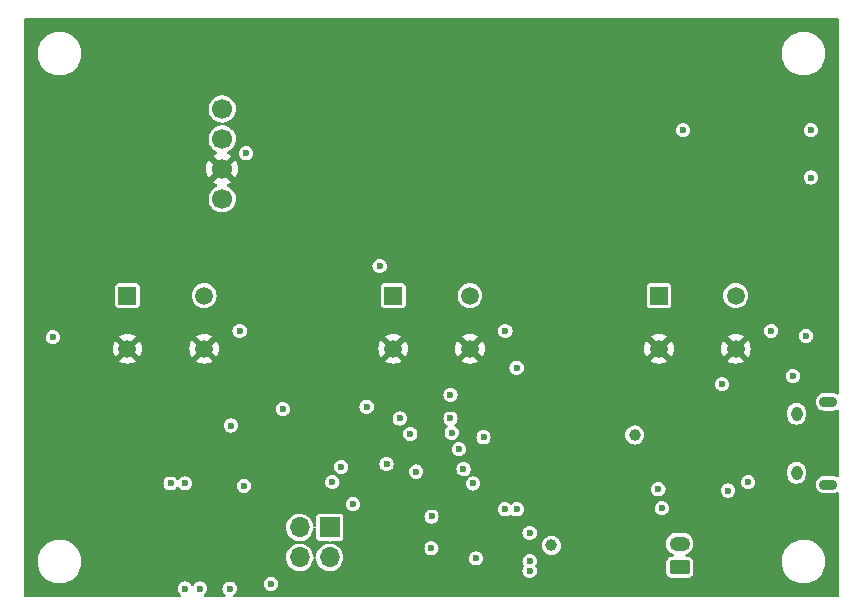
<source format=gbr>
%TF.GenerationSoftware,KiCad,Pcbnew,8.0.5*%
%TF.CreationDate,2024-11-06T09:26:01-07:00*%
%TF.ProjectId,STM32G041F8P6_dev,53544d33-3247-4303-9431-463850365f64,rev?*%
%TF.SameCoordinates,Original*%
%TF.FileFunction,Copper,L3,Inr*%
%TF.FilePolarity,Positive*%
%FSLAX46Y46*%
G04 Gerber Fmt 4.6, Leading zero omitted, Abs format (unit mm)*
G04 Created by KiCad (PCBNEW 8.0.5) date 2024-11-06 09:26:01*
%MOMM*%
%LPD*%
G01*
G04 APERTURE LIST*
G04 Aperture macros list*
%AMRoundRect*
0 Rectangle with rounded corners*
0 $1 Rounding radius*
0 $2 $3 $4 $5 $6 $7 $8 $9 X,Y pos of 4 corners*
0 Add a 4 corners polygon primitive as box body*
4,1,4,$2,$3,$4,$5,$6,$7,$8,$9,$2,$3,0*
0 Add four circle primitives for the rounded corners*
1,1,$1+$1,$2,$3*
1,1,$1+$1,$4,$5*
1,1,$1+$1,$6,$7*
1,1,$1+$1,$8,$9*
0 Add four rect primitives between the rounded corners*
20,1,$1+$1,$2,$3,$4,$5,0*
20,1,$1+$1,$4,$5,$6,$7,0*
20,1,$1+$1,$6,$7,$8,$9,0*
20,1,$1+$1,$8,$9,$2,$3,0*%
G04 Aperture macros list end*
%TA.AperFunction,ComponentPad*%
%ADD10C,1.700000*%
%TD*%
%TA.AperFunction,ComponentPad*%
%ADD11O,1.550000X0.890000*%
%TD*%
%TA.AperFunction,ComponentPad*%
%ADD12O,0.950000X1.250000*%
%TD*%
%TA.AperFunction,ComponentPad*%
%ADD13R,1.498600X1.498600*%
%TD*%
%TA.AperFunction,ComponentPad*%
%ADD14C,1.498600*%
%TD*%
%TA.AperFunction,ComponentPad*%
%ADD15RoundRect,0.250000X0.625000X-0.350000X0.625000X0.350000X-0.625000X0.350000X-0.625000X-0.350000X0*%
%TD*%
%TA.AperFunction,ComponentPad*%
%ADD16O,1.750000X1.200000*%
%TD*%
%TA.AperFunction,ComponentPad*%
%ADD17R,1.700000X1.700000*%
%TD*%
%TA.AperFunction,ComponentPad*%
%ADD18O,1.700000X1.700000*%
%TD*%
%TA.AperFunction,ViaPad*%
%ADD19C,0.600000*%
%TD*%
%TA.AperFunction,ViaPad*%
%ADD20C,1.000000*%
%TD*%
G04 APERTURE END LIST*
D10*
%TO.N,SDA*%
%TO.C,D4*%
X173270000Y-54190000D03*
%TO.N,SCL*%
X173270000Y-56730000D03*
%TO.N,+3.3V*%
X173270000Y-59270000D03*
%TO.N,GND*%
X173270000Y-61810000D03*
%TD*%
D11*
%TO.N,Net-(J1-Shield)*%
%TO.C,J1*%
X224600000Y-86000000D03*
D12*
X221900000Y-85000000D03*
X221900000Y-80000000D03*
D11*
X224600000Y-79000000D03*
%TD*%
D13*
%TO.N,/PA6*%
%TO.C,SW2*%
X165249999Y-70000000D03*
D14*
X171750000Y-70000000D03*
%TO.N,+3.3V*%
X165249999Y-74500001D03*
X171750000Y-74500001D03*
%TD*%
D13*
%TO.N,/PA4*%
%TO.C,SW4*%
X210250001Y-70000000D03*
D14*
X216750002Y-70000000D03*
%TO.N,+3.3V*%
X210250001Y-74500001D03*
X216750002Y-74500001D03*
%TD*%
D13*
%TO.N,/PA5*%
%TO.C,SW3*%
X187750000Y-70000000D03*
D14*
X194250001Y-70000000D03*
%TO.N,+3.3V*%
X187750000Y-74500001D03*
X194250001Y-74500001D03*
%TD*%
D15*
%TO.N,GND*%
%TO.C,J2*%
X212000000Y-93000000D03*
D16*
%TO.N,+BATT*%
X212000000Y-91000000D03*
%TD*%
D17*
%TO.N,/USART2_TX*%
%TO.C,J3*%
X182375000Y-89625000D03*
D18*
%TO.N,/VCP_TX*%
X179835000Y-89625000D03*
%TO.N,/USART2_RX*%
X182375000Y-92165000D03*
%TO.N,/VCP_RX*%
X179835000Y-92165000D03*
%TD*%
D19*
%TO.N,GND*%
X195400000Y-82000000D03*
X221600000Y-76800000D03*
X222700000Y-73400000D03*
X223100000Y-56000000D03*
X199300000Y-90100000D03*
X191000000Y-88700000D03*
X175300000Y-57950000D03*
X215600000Y-77500000D03*
X219750000Y-72975000D03*
X184350000Y-87650000D03*
X223100000Y-60000000D03*
X194750000Y-92250000D03*
X178400000Y-79600000D03*
X183350000Y-84500000D03*
X210500000Y-88000000D03*
D20*
X208200000Y-81800000D03*
D19*
X190987500Y-91400000D03*
D20*
X201150000Y-91150000D03*
D19*
X194500000Y-85900000D03*
X197250000Y-73000000D03*
X174750000Y-73000000D03*
X170100000Y-94800000D03*
X171400000Y-94800000D03*
X216100000Y-86500000D03*
X158925000Y-73525000D03*
X173900000Y-94800000D03*
%TO.N,+3.3V*%
X167500000Y-56700000D03*
X181050000Y-83450000D03*
X167500000Y-54200000D03*
X166000000Y-94600000D03*
X192500000Y-92300000D03*
D20*
X205300000Y-81800000D03*
D19*
X197200000Y-94400000D03*
%TO.N,Net-(J4-~{RST})*%
X175100000Y-86100000D03*
X177400000Y-94400000D03*
%TO.N,Net-(D1-K)*%
X217800000Y-85800000D03*
X210200000Y-86400000D03*
%TO.N,/PA1*%
X174000000Y-81000000D03*
X186600000Y-67500000D03*
%TO.N,/PA6*%
X189700000Y-84900000D03*
X182600000Y-85800000D03*
%TO.N,/PA0*%
X198200000Y-76100000D03*
X192700000Y-81600000D03*
X187187500Y-84275000D03*
X212300000Y-56000000D03*
%TO.N,SCL*%
X192600000Y-78400000D03*
X192600000Y-80400000D03*
X197200000Y-88100000D03*
%TO.N,/SWDIO*%
X189200000Y-81700000D03*
X168900000Y-85900000D03*
%TO.N,/SWCLK*%
X188300000Y-80400000D03*
X170100000Y-85900000D03*
%TO.N,SDA*%
X198200000Y-88100000D03*
X185500000Y-79400000D03*
%TO.N,AI1*%
X199300000Y-93300000D03*
X193700000Y-84700000D03*
%TO.N,AI2*%
X199300000Y-92500000D03*
X193300000Y-83000000D03*
%TD*%
%TA.AperFunction,Conductor*%
%TO.N,+3.3V*%
G36*
X225442539Y-46520185D02*
G01*
X225488294Y-46572989D01*
X225499500Y-46624500D01*
X225499500Y-78251934D01*
X225479815Y-78318973D01*
X225427011Y-78364728D01*
X225357853Y-78374672D01*
X225306611Y-78355037D01*
X225283136Y-78339352D01*
X225283124Y-78339345D01*
X225147454Y-78283149D01*
X225147446Y-78283147D01*
X225003429Y-78254500D01*
X225003425Y-78254500D01*
X224196575Y-78254500D01*
X224196570Y-78254500D01*
X224052553Y-78283147D01*
X224052545Y-78283149D01*
X223916875Y-78339345D01*
X223916866Y-78339350D01*
X223794772Y-78420931D01*
X223794768Y-78420934D01*
X223690934Y-78524768D01*
X223690931Y-78524772D01*
X223609350Y-78646866D01*
X223609345Y-78646875D01*
X223553149Y-78782545D01*
X223553147Y-78782553D01*
X223524500Y-78926570D01*
X223524500Y-79073429D01*
X223553147Y-79217446D01*
X223553149Y-79217454D01*
X223609345Y-79353124D01*
X223609350Y-79353133D01*
X223690931Y-79475227D01*
X223690934Y-79475231D01*
X223794768Y-79579065D01*
X223794772Y-79579068D01*
X223916866Y-79660649D01*
X223916872Y-79660652D01*
X223916873Y-79660653D01*
X224052546Y-79716851D01*
X224196570Y-79745499D01*
X224196574Y-79745500D01*
X224196575Y-79745500D01*
X225003426Y-79745500D01*
X225003427Y-79745499D01*
X225147454Y-79716851D01*
X225283127Y-79660653D01*
X225283132Y-79660649D01*
X225283135Y-79660648D01*
X225306608Y-79644964D01*
X225373285Y-79624085D01*
X225440666Y-79642569D01*
X225487356Y-79694547D01*
X225499500Y-79748065D01*
X225499500Y-85251934D01*
X225479815Y-85318973D01*
X225427011Y-85364728D01*
X225357853Y-85374672D01*
X225306611Y-85355037D01*
X225283136Y-85339352D01*
X225283124Y-85339345D01*
X225147454Y-85283149D01*
X225147446Y-85283147D01*
X225003429Y-85254500D01*
X225003425Y-85254500D01*
X224196575Y-85254500D01*
X224196570Y-85254500D01*
X224052553Y-85283147D01*
X224052545Y-85283149D01*
X223916875Y-85339345D01*
X223916866Y-85339350D01*
X223794772Y-85420931D01*
X223794768Y-85420934D01*
X223690934Y-85524768D01*
X223690931Y-85524772D01*
X223609350Y-85646866D01*
X223609345Y-85646875D01*
X223553149Y-85782545D01*
X223553147Y-85782553D01*
X223524500Y-85926570D01*
X223524500Y-86073429D01*
X223553147Y-86217446D01*
X223553149Y-86217454D01*
X223609345Y-86353124D01*
X223609350Y-86353133D01*
X223690931Y-86475227D01*
X223690934Y-86475231D01*
X223794768Y-86579065D01*
X223794772Y-86579068D01*
X223916866Y-86660649D01*
X223916872Y-86660652D01*
X223916873Y-86660653D01*
X224052546Y-86716851D01*
X224196570Y-86745499D01*
X224196574Y-86745500D01*
X224196575Y-86745500D01*
X225003426Y-86745500D01*
X225003427Y-86745499D01*
X225147454Y-86716851D01*
X225283127Y-86660653D01*
X225283132Y-86660649D01*
X225283135Y-86660648D01*
X225306608Y-86644964D01*
X225373285Y-86624085D01*
X225440666Y-86642569D01*
X225487356Y-86694547D01*
X225499500Y-86748065D01*
X225499500Y-95375500D01*
X225479815Y-95442539D01*
X225427011Y-95488294D01*
X225375500Y-95499500D01*
X174340116Y-95499500D01*
X174273077Y-95479815D01*
X174227322Y-95427011D01*
X174217378Y-95357853D01*
X174246403Y-95294297D01*
X174264625Y-95277126D01*
X174328282Y-95228282D01*
X174424536Y-95102841D01*
X174485044Y-94956762D01*
X174505682Y-94800000D01*
X174485044Y-94643238D01*
X174424536Y-94497159D01*
X174349982Y-94399998D01*
X176794318Y-94399998D01*
X176794318Y-94400001D01*
X176814955Y-94556760D01*
X176814956Y-94556762D01*
X176850775Y-94643238D01*
X176875464Y-94702841D01*
X176971718Y-94828282D01*
X177097159Y-94924536D01*
X177243238Y-94985044D01*
X177321619Y-94995363D01*
X177399999Y-95005682D01*
X177400000Y-95005682D01*
X177400001Y-95005682D01*
X177452254Y-94998802D01*
X177556762Y-94985044D01*
X177702841Y-94924536D01*
X177828282Y-94828282D01*
X177924536Y-94702841D01*
X177985044Y-94556762D01*
X178005682Y-94400000D01*
X177985044Y-94243238D01*
X177924536Y-94097159D01*
X177828282Y-93971718D01*
X177702841Y-93875464D01*
X177556762Y-93814956D01*
X177556760Y-93814955D01*
X177400001Y-93794318D01*
X177399999Y-93794318D01*
X177243239Y-93814955D01*
X177243237Y-93814956D01*
X177097160Y-93875463D01*
X176971718Y-93971718D01*
X176875463Y-94097160D01*
X176814956Y-94243237D01*
X176814955Y-94243239D01*
X176794318Y-94399998D01*
X174349982Y-94399998D01*
X174328282Y-94371718D01*
X174202841Y-94275464D01*
X174155976Y-94256052D01*
X174056762Y-94214956D01*
X174056760Y-94214955D01*
X173900001Y-94194318D01*
X173899999Y-94194318D01*
X173743239Y-94214955D01*
X173743237Y-94214956D01*
X173597160Y-94275463D01*
X173471718Y-94371718D01*
X173375463Y-94497160D01*
X173314956Y-94643237D01*
X173314955Y-94643239D01*
X173294318Y-94799998D01*
X173294318Y-94800001D01*
X173314955Y-94956760D01*
X173314956Y-94956762D01*
X173332886Y-95000050D01*
X173375464Y-95102841D01*
X173471718Y-95228282D01*
X173535371Y-95277125D01*
X173576573Y-95333552D01*
X173580728Y-95403298D01*
X173546515Y-95464219D01*
X173484798Y-95496971D01*
X173459884Y-95499500D01*
X171840116Y-95499500D01*
X171773077Y-95479815D01*
X171727322Y-95427011D01*
X171717378Y-95357853D01*
X171746403Y-95294297D01*
X171764625Y-95277126D01*
X171828282Y-95228282D01*
X171924536Y-95102841D01*
X171985044Y-94956762D01*
X172005682Y-94800000D01*
X171985044Y-94643238D01*
X171924536Y-94497159D01*
X171828282Y-94371718D01*
X171702841Y-94275464D01*
X171655976Y-94256052D01*
X171556762Y-94214956D01*
X171556760Y-94214955D01*
X171400001Y-94194318D01*
X171399999Y-94194318D01*
X171243239Y-94214955D01*
X171243237Y-94214956D01*
X171097160Y-94275463D01*
X170971718Y-94371718D01*
X170875463Y-94497160D01*
X170864561Y-94523481D01*
X170820720Y-94577884D01*
X170754425Y-94599949D01*
X170686726Y-94582670D01*
X170639116Y-94531532D01*
X170635439Y-94523481D01*
X170624536Y-94497160D01*
X170624536Y-94497159D01*
X170528282Y-94371718D01*
X170402841Y-94275464D01*
X170355976Y-94256052D01*
X170256762Y-94214956D01*
X170256760Y-94214955D01*
X170100001Y-94194318D01*
X170099999Y-94194318D01*
X169943239Y-94214955D01*
X169943237Y-94214956D01*
X169797160Y-94275463D01*
X169671718Y-94371718D01*
X169575463Y-94497160D01*
X169514956Y-94643237D01*
X169514955Y-94643239D01*
X169494318Y-94799998D01*
X169494318Y-94800001D01*
X169514955Y-94956760D01*
X169514956Y-94956762D01*
X169532886Y-95000050D01*
X169575464Y-95102841D01*
X169671718Y-95228282D01*
X169735371Y-95277125D01*
X169776573Y-95333552D01*
X169780728Y-95403298D01*
X169746515Y-95464219D01*
X169684798Y-95496971D01*
X169659884Y-95499500D01*
X156624500Y-95499500D01*
X156557461Y-95479815D01*
X156511706Y-95427011D01*
X156500500Y-95375500D01*
X156500500Y-92378711D01*
X157649500Y-92378711D01*
X157649500Y-92621288D01*
X157681161Y-92861785D01*
X157743947Y-93096104D01*
X157786691Y-93199297D01*
X157836776Y-93320212D01*
X157958064Y-93530289D01*
X157958066Y-93530292D01*
X157958067Y-93530293D01*
X158105733Y-93722736D01*
X158105739Y-93722743D01*
X158277256Y-93894260D01*
X158277263Y-93894266D01*
X158292141Y-93905682D01*
X158469711Y-94041936D01*
X158679788Y-94163224D01*
X158903900Y-94256054D01*
X159138211Y-94318838D01*
X159318586Y-94342584D01*
X159378711Y-94350500D01*
X159378712Y-94350500D01*
X159621289Y-94350500D01*
X159669388Y-94344167D01*
X159861789Y-94318838D01*
X160096100Y-94256054D01*
X160320212Y-94163224D01*
X160530289Y-94041936D01*
X160722738Y-93894265D01*
X160894265Y-93722738D01*
X161041936Y-93530289D01*
X161163224Y-93320212D01*
X161256054Y-93096100D01*
X161318838Y-92861789D01*
X161350500Y-92621288D01*
X161350500Y-92378712D01*
X161350315Y-92377310D01*
X161342584Y-92318586D01*
X161318838Y-92138211D01*
X161256054Y-91903900D01*
X161163224Y-91679788D01*
X161041936Y-91469711D01*
X160894265Y-91277262D01*
X160894260Y-91277256D01*
X160722743Y-91105739D01*
X160722736Y-91105733D01*
X160530293Y-90958067D01*
X160530292Y-90958066D01*
X160530289Y-90958064D01*
X160320212Y-90836776D01*
X160267534Y-90814956D01*
X160096104Y-90743947D01*
X159953298Y-90705682D01*
X159861789Y-90681162D01*
X159861788Y-90681161D01*
X159861785Y-90681161D01*
X159621289Y-90649500D01*
X159621288Y-90649500D01*
X159378712Y-90649500D01*
X159378711Y-90649500D01*
X159138214Y-90681161D01*
X158903895Y-90743947D01*
X158679794Y-90836773D01*
X158679785Y-90836777D01*
X158469706Y-90958067D01*
X158277263Y-91105733D01*
X158277256Y-91105739D01*
X158105739Y-91277256D01*
X158105733Y-91277263D01*
X157958067Y-91469706D01*
X157836777Y-91679785D01*
X157836773Y-91679794D01*
X157743947Y-91903895D01*
X157681161Y-92138214D01*
X157649500Y-92378711D01*
X156500500Y-92378711D01*
X156500500Y-89624999D01*
X178679571Y-89624999D01*
X178679571Y-89625000D01*
X178699244Y-89837310D01*
X178757596Y-90042392D01*
X178757596Y-90042394D01*
X178852632Y-90233253D01*
X178981127Y-90403406D01*
X178981128Y-90403407D01*
X179138698Y-90547052D01*
X179319981Y-90659298D01*
X179518802Y-90736321D01*
X179715613Y-90773111D01*
X179777893Y-90804779D01*
X179813166Y-90865092D01*
X179810232Y-90934900D01*
X179770023Y-90992040D01*
X179715613Y-91016888D01*
X179518802Y-91053679D01*
X179518799Y-91053679D01*
X179518799Y-91053680D01*
X179319982Y-91130701D01*
X179319980Y-91130702D01*
X179138699Y-91242947D01*
X178981127Y-91386593D01*
X178852632Y-91556746D01*
X178757596Y-91747605D01*
X178757596Y-91747607D01*
X178699244Y-91952689D01*
X178686221Y-92093238D01*
X178679571Y-92165000D01*
X178699244Y-92377310D01*
X178739398Y-92518436D01*
X178757596Y-92582392D01*
X178757596Y-92582394D01*
X178852632Y-92773253D01*
X178919489Y-92861785D01*
X178981128Y-92943407D01*
X179138698Y-93087052D01*
X179319981Y-93199298D01*
X179518802Y-93276321D01*
X179728390Y-93315500D01*
X179728392Y-93315500D01*
X179941608Y-93315500D01*
X179941610Y-93315500D01*
X180151198Y-93276321D01*
X180350019Y-93199298D01*
X180531302Y-93087052D01*
X180688872Y-92943407D01*
X180817366Y-92773255D01*
X180817367Y-92773253D01*
X180912403Y-92582394D01*
X180912403Y-92582393D01*
X180912405Y-92582389D01*
X180970756Y-92377310D01*
X180981529Y-92261047D01*
X181007315Y-92196111D01*
X181051869Y-92164194D01*
X181015497Y-92143331D01*
X180983307Y-92081318D01*
X180981529Y-92068951D01*
X180980849Y-92061613D01*
X180970756Y-91952690D01*
X180912405Y-91747611D01*
X180912403Y-91747606D01*
X180912403Y-91747605D01*
X180817367Y-91556746D01*
X180688872Y-91386593D01*
X180531302Y-91242948D01*
X180350019Y-91130702D01*
X180350017Y-91130701D01*
X180241575Y-91088691D01*
X180151198Y-91053679D01*
X179954385Y-91016888D01*
X179892106Y-90985221D01*
X179856833Y-90924908D01*
X179859767Y-90855100D01*
X179899976Y-90797960D01*
X179954384Y-90773111D01*
X180151198Y-90736321D01*
X180350019Y-90659298D01*
X180531302Y-90547052D01*
X180688872Y-90403407D01*
X180817366Y-90233255D01*
X180832934Y-90201990D01*
X180912403Y-90042394D01*
X180912403Y-90042393D01*
X180912405Y-90042389D01*
X180970756Y-89837310D01*
X180977029Y-89769605D01*
X181002814Y-89704669D01*
X181059614Y-89663981D01*
X181129395Y-89660461D01*
X181190002Y-89695225D01*
X181222193Y-89757238D01*
X181224500Y-89781047D01*
X181224500Y-90519856D01*
X181224502Y-90519882D01*
X181227413Y-90544987D01*
X181227415Y-90544991D01*
X181272793Y-90647764D01*
X181272794Y-90647765D01*
X181352235Y-90727206D01*
X181455009Y-90772585D01*
X181480135Y-90775500D01*
X182208758Y-90775499D01*
X182275795Y-90795183D01*
X182321550Y-90847987D01*
X182331494Y-90917146D01*
X182302469Y-90980702D01*
X182243691Y-91018476D01*
X182231542Y-91021388D01*
X182175116Y-91031935D01*
X182058802Y-91053679D01*
X182058800Y-91053679D01*
X182058798Y-91053680D01*
X181859982Y-91130701D01*
X181859980Y-91130702D01*
X181678699Y-91242947D01*
X181521127Y-91386593D01*
X181392632Y-91556746D01*
X181297596Y-91747605D01*
X181297596Y-91747607D01*
X181239244Y-91952689D01*
X181228471Y-92068951D01*
X181202685Y-92133888D01*
X181158130Y-92165804D01*
X181194503Y-92186668D01*
X181226693Y-92248681D01*
X181228470Y-92261047D01*
X181239244Y-92377310D01*
X181279398Y-92518436D01*
X181297596Y-92582392D01*
X181297596Y-92582394D01*
X181392632Y-92773253D01*
X181459489Y-92861785D01*
X181521128Y-92943407D01*
X181678698Y-93087052D01*
X181859981Y-93199298D01*
X182058802Y-93276321D01*
X182268390Y-93315500D01*
X182268392Y-93315500D01*
X182481608Y-93315500D01*
X182481610Y-93315500D01*
X182691198Y-93276321D01*
X182890019Y-93199298D01*
X183071302Y-93087052D01*
X183228872Y-92943407D01*
X183357366Y-92773255D01*
X183357367Y-92773253D01*
X183452403Y-92582394D01*
X183452403Y-92582393D01*
X183452405Y-92582389D01*
X183510756Y-92377310D01*
X183522553Y-92249998D01*
X194144318Y-92249998D01*
X194144318Y-92250001D01*
X194164955Y-92406760D01*
X194164956Y-92406762D01*
X194203576Y-92500000D01*
X194225464Y-92552841D01*
X194321718Y-92678282D01*
X194447159Y-92774536D01*
X194593238Y-92835044D01*
X194671619Y-92845363D01*
X194749999Y-92855682D01*
X194750000Y-92855682D01*
X194750001Y-92855682D01*
X194802254Y-92848802D01*
X194906762Y-92835044D01*
X195052841Y-92774536D01*
X195178282Y-92678282D01*
X195274536Y-92552841D01*
X195296424Y-92499998D01*
X198694318Y-92499998D01*
X198694318Y-92500001D01*
X198714955Y-92656760D01*
X198714956Y-92656762D01*
X198775464Y-92802841D01*
X198792095Y-92824516D01*
X198817287Y-92889686D01*
X198803247Y-92958130D01*
X198792095Y-92975484D01*
X198775464Y-92997158D01*
X198714956Y-93143237D01*
X198714955Y-93143239D01*
X198694318Y-93299998D01*
X198694318Y-93300001D01*
X198714955Y-93456760D01*
X198714956Y-93456762D01*
X198745413Y-93530293D01*
X198775464Y-93602841D01*
X198871718Y-93728282D01*
X198997159Y-93824536D01*
X199143238Y-93885044D01*
X199221619Y-93895363D01*
X199299999Y-93905682D01*
X199300000Y-93905682D01*
X199300001Y-93905682D01*
X199352254Y-93898802D01*
X199456762Y-93885044D01*
X199602841Y-93824536D01*
X199728282Y-93728282D01*
X199824536Y-93602841D01*
X199885044Y-93456762D01*
X199905682Y-93300000D01*
X199902564Y-93276319D01*
X199885044Y-93143239D01*
X199885043Y-93143237D01*
X199824536Y-92997159D01*
X199807904Y-92975484D01*
X199782711Y-92910319D01*
X199796748Y-92841874D01*
X199807899Y-92824521D01*
X199824536Y-92802841D01*
X199885044Y-92656762D01*
X199905682Y-92500000D01*
X199885044Y-92343238D01*
X199824536Y-92197159D01*
X199728282Y-92071718D01*
X199602841Y-91975464D01*
X199592240Y-91971073D01*
X199456762Y-91914956D01*
X199456760Y-91914955D01*
X199300001Y-91894318D01*
X199299999Y-91894318D01*
X199143239Y-91914955D01*
X199143237Y-91914956D01*
X198997160Y-91975463D01*
X198871718Y-92071718D01*
X198775463Y-92197160D01*
X198714956Y-92343237D01*
X198714955Y-92343239D01*
X198694318Y-92499998D01*
X195296424Y-92499998D01*
X195335044Y-92406762D01*
X195355682Y-92250000D01*
X195355508Y-92248681D01*
X195335044Y-92093239D01*
X195335044Y-92093238D01*
X195274536Y-91947159D01*
X195178282Y-91821718D01*
X195052841Y-91725464D01*
X194998224Y-91702841D01*
X194906762Y-91664956D01*
X194906760Y-91664955D01*
X194750001Y-91644318D01*
X194749999Y-91644318D01*
X194593239Y-91664955D01*
X194593237Y-91664956D01*
X194447160Y-91725463D01*
X194321718Y-91821718D01*
X194225463Y-91947160D01*
X194164956Y-92093237D01*
X194164955Y-92093239D01*
X194144318Y-92249998D01*
X183522553Y-92249998D01*
X183530429Y-92165000D01*
X183510756Y-91952690D01*
X183452405Y-91747611D01*
X183452403Y-91747606D01*
X183452403Y-91747605D01*
X183357367Y-91556746D01*
X183238995Y-91399998D01*
X190381818Y-91399998D01*
X190381818Y-91400001D01*
X190402455Y-91556760D01*
X190402456Y-91556762D01*
X190453417Y-91679794D01*
X190462964Y-91702841D01*
X190559218Y-91828282D01*
X190684659Y-91924536D01*
X190830738Y-91985044D01*
X190909119Y-91995363D01*
X190987499Y-92005682D01*
X190987500Y-92005682D01*
X190987501Y-92005682D01*
X191039754Y-91998802D01*
X191144262Y-91985044D01*
X191290341Y-91924536D01*
X191415782Y-91828282D01*
X191512036Y-91702841D01*
X191572544Y-91556762D01*
X191593182Y-91400000D01*
X191572544Y-91243238D01*
X191533922Y-91149996D01*
X200344435Y-91149996D01*
X200344435Y-91150003D01*
X200364630Y-91329249D01*
X200364631Y-91329254D01*
X200424211Y-91499523D01*
X200515192Y-91644318D01*
X200520184Y-91652262D01*
X200647738Y-91779816D01*
X200800478Y-91875789D01*
X200880815Y-91903900D01*
X200970745Y-91935368D01*
X200970750Y-91935369D01*
X201149996Y-91955565D01*
X201150000Y-91955565D01*
X201150004Y-91955565D01*
X201329249Y-91935369D01*
X201329252Y-91935368D01*
X201329255Y-91935368D01*
X201499522Y-91875789D01*
X201652262Y-91779816D01*
X201779816Y-91652262D01*
X201875789Y-91499522D01*
X201935368Y-91329255D01*
X201945060Y-91243237D01*
X201955565Y-91150003D01*
X201955565Y-91149996D01*
X201935369Y-90970750D01*
X201935368Y-90970745D01*
X201914569Y-90911304D01*
X210824500Y-90911304D01*
X210824500Y-91088695D01*
X210859103Y-91262658D01*
X210859106Y-91262667D01*
X210926983Y-91426540D01*
X210926990Y-91426553D01*
X211025535Y-91574034D01*
X211025538Y-91574038D01*
X211150961Y-91699461D01*
X211150965Y-91699464D01*
X211298446Y-91798009D01*
X211298458Y-91798016D01*
X211420134Y-91848414D01*
X211450372Y-91860939D01*
X211504776Y-91904779D01*
X211526841Y-91971073D01*
X211509562Y-92038773D01*
X211458425Y-92086383D01*
X211402920Y-92099500D01*
X211331898Y-92099500D01*
X211292853Y-92104188D01*
X211243438Y-92110122D01*
X211102656Y-92165639D01*
X210982077Y-92257077D01*
X210890639Y-92377656D01*
X210835122Y-92518438D01*
X210830991Y-92552841D01*
X210824500Y-92606898D01*
X210824500Y-93393102D01*
X210830126Y-93439954D01*
X210835122Y-93481561D01*
X210890639Y-93622343D01*
X210982077Y-93742922D01*
X211102656Y-93834360D01*
X211102657Y-93834360D01*
X211102658Y-93834361D01*
X211243436Y-93889877D01*
X211331898Y-93900500D01*
X211331903Y-93900500D01*
X212668097Y-93900500D01*
X212668102Y-93900500D01*
X212756564Y-93889877D01*
X212897342Y-93834361D01*
X213017922Y-93742922D01*
X213109361Y-93622342D01*
X213164877Y-93481564D01*
X213175500Y-93393102D01*
X213175500Y-92606898D01*
X213164877Y-92518436D01*
X213109776Y-92378711D01*
X220649500Y-92378711D01*
X220649500Y-92621288D01*
X220681161Y-92861785D01*
X220743947Y-93096104D01*
X220786691Y-93199297D01*
X220836776Y-93320212D01*
X220958064Y-93530289D01*
X220958066Y-93530292D01*
X220958067Y-93530293D01*
X221105733Y-93722736D01*
X221105739Y-93722743D01*
X221277256Y-93894260D01*
X221277263Y-93894266D01*
X221292141Y-93905682D01*
X221469711Y-94041936D01*
X221679788Y-94163224D01*
X221903900Y-94256054D01*
X222138211Y-94318838D01*
X222318586Y-94342584D01*
X222378711Y-94350500D01*
X222378712Y-94350500D01*
X222621289Y-94350500D01*
X222669388Y-94344167D01*
X222861789Y-94318838D01*
X223096100Y-94256054D01*
X223320212Y-94163224D01*
X223530289Y-94041936D01*
X223722738Y-93894265D01*
X223894265Y-93722738D01*
X224041936Y-93530289D01*
X224163224Y-93320212D01*
X224256054Y-93096100D01*
X224318838Y-92861789D01*
X224350500Y-92621288D01*
X224350500Y-92378712D01*
X224350315Y-92377310D01*
X224342584Y-92318586D01*
X224318838Y-92138211D01*
X224256054Y-91903900D01*
X224163224Y-91679788D01*
X224041936Y-91469711D01*
X223894265Y-91277262D01*
X223894260Y-91277256D01*
X223722743Y-91105739D01*
X223722736Y-91105733D01*
X223530293Y-90958067D01*
X223530292Y-90958066D01*
X223530289Y-90958064D01*
X223320212Y-90836776D01*
X223267534Y-90814956D01*
X223096104Y-90743947D01*
X222953298Y-90705682D01*
X222861789Y-90681162D01*
X222861788Y-90681161D01*
X222861785Y-90681161D01*
X222621289Y-90649500D01*
X222621288Y-90649500D01*
X222378712Y-90649500D01*
X222378711Y-90649500D01*
X222138214Y-90681161D01*
X221903895Y-90743947D01*
X221679794Y-90836773D01*
X221679785Y-90836777D01*
X221469706Y-90958067D01*
X221277263Y-91105733D01*
X221277256Y-91105739D01*
X221105739Y-91277256D01*
X221105733Y-91277263D01*
X220958067Y-91469706D01*
X220836777Y-91679785D01*
X220836773Y-91679794D01*
X220743947Y-91903895D01*
X220681161Y-92138214D01*
X220649500Y-92378711D01*
X213109776Y-92378711D01*
X213109361Y-92377658D01*
X213109360Y-92377657D01*
X213109360Y-92377656D01*
X213017922Y-92257077D01*
X212897343Y-92165639D01*
X212756561Y-92110122D01*
X212710926Y-92104642D01*
X212668102Y-92099500D01*
X212597080Y-92099500D01*
X212530041Y-92079815D01*
X212484286Y-92027011D01*
X212474342Y-91957853D01*
X212503367Y-91894297D01*
X212549627Y-91860939D01*
X212596663Y-91841456D01*
X212701541Y-91798016D01*
X212701544Y-91798014D01*
X212701547Y-91798013D01*
X212849035Y-91699464D01*
X212974464Y-91574035D01*
X213073013Y-91426547D01*
X213140894Y-91262666D01*
X213144759Y-91243239D01*
X213173815Y-91097160D01*
X213175500Y-91088691D01*
X213175500Y-90911309D01*
X213175500Y-90911306D01*
X213175499Y-90911304D01*
X213140896Y-90737341D01*
X213140893Y-90737332D01*
X213140473Y-90736319D01*
X213108571Y-90659298D01*
X213073016Y-90573459D01*
X213073009Y-90573446D01*
X212974464Y-90425965D01*
X212974461Y-90425961D01*
X212849038Y-90300538D01*
X212849034Y-90300535D01*
X212701553Y-90201990D01*
X212701540Y-90201983D01*
X212537667Y-90134106D01*
X212537658Y-90134103D01*
X212363694Y-90099500D01*
X212363691Y-90099500D01*
X211636309Y-90099500D01*
X211636306Y-90099500D01*
X211462341Y-90134103D01*
X211462332Y-90134106D01*
X211298459Y-90201983D01*
X211298446Y-90201990D01*
X211150965Y-90300535D01*
X211150961Y-90300538D01*
X211025538Y-90425961D01*
X211025535Y-90425965D01*
X210926990Y-90573446D01*
X210926983Y-90573459D01*
X210859106Y-90737332D01*
X210859103Y-90737341D01*
X210824500Y-90911304D01*
X201914569Y-90911304D01*
X201892413Y-90847987D01*
X201875789Y-90800478D01*
X201871918Y-90794318D01*
X201803256Y-90685043D01*
X201779816Y-90647738D01*
X201652262Y-90520184D01*
X201651740Y-90519856D01*
X201499523Y-90424211D01*
X201329254Y-90364631D01*
X201329249Y-90364630D01*
X201150004Y-90344435D01*
X201149996Y-90344435D01*
X200970750Y-90364630D01*
X200970745Y-90364631D01*
X200800476Y-90424211D01*
X200647737Y-90520184D01*
X200520184Y-90647737D01*
X200424211Y-90800476D01*
X200364631Y-90970745D01*
X200364630Y-90970750D01*
X200344435Y-91149996D01*
X191533922Y-91149996D01*
X191512036Y-91097159D01*
X191415782Y-90971718D01*
X191290341Y-90875464D01*
X191196942Y-90836777D01*
X191144262Y-90814956D01*
X191144260Y-90814955D01*
X190987501Y-90794318D01*
X190987499Y-90794318D01*
X190830739Y-90814955D01*
X190830737Y-90814956D01*
X190684660Y-90875463D01*
X190559218Y-90971718D01*
X190462963Y-91097160D01*
X190402456Y-91243237D01*
X190402455Y-91243239D01*
X190381818Y-91399998D01*
X183238995Y-91399998D01*
X183228872Y-91386593D01*
X183071302Y-91242948D01*
X182890019Y-91130702D01*
X182890017Y-91130701D01*
X182781575Y-91088691D01*
X182691198Y-91053679D01*
X182518456Y-91021387D01*
X182456176Y-90989719D01*
X182420903Y-90929407D01*
X182423837Y-90859599D01*
X182464046Y-90802459D01*
X182528764Y-90776128D01*
X182541233Y-90775499D01*
X183269864Y-90775499D01*
X183269879Y-90775497D01*
X183269882Y-90775497D01*
X183294987Y-90772586D01*
X183294988Y-90772585D01*
X183294991Y-90772585D01*
X183397765Y-90727206D01*
X183477206Y-90647765D01*
X183522585Y-90544991D01*
X183525500Y-90519865D01*
X183525500Y-90099998D01*
X198694318Y-90099998D01*
X198694318Y-90100001D01*
X198714955Y-90256760D01*
X198714956Y-90256762D01*
X198775464Y-90402841D01*
X198871718Y-90528282D01*
X198997159Y-90624536D01*
X199143238Y-90685044D01*
X199221619Y-90695363D01*
X199299999Y-90705682D01*
X199300000Y-90705682D01*
X199300001Y-90705682D01*
X199352254Y-90698802D01*
X199456762Y-90685044D01*
X199602841Y-90624536D01*
X199728282Y-90528282D01*
X199824536Y-90402841D01*
X199885044Y-90256762D01*
X199905682Y-90100000D01*
X199898097Y-90042389D01*
X199885044Y-89943239D01*
X199885044Y-89943238D01*
X199824536Y-89797159D01*
X199728282Y-89671718D01*
X199602841Y-89575464D01*
X199507542Y-89535990D01*
X199456762Y-89514956D01*
X199456760Y-89514955D01*
X199300001Y-89494318D01*
X199299999Y-89494318D01*
X199143239Y-89514955D01*
X199143237Y-89514956D01*
X198997160Y-89575463D01*
X198871718Y-89671718D01*
X198775463Y-89797160D01*
X198714956Y-89943237D01*
X198714955Y-89943239D01*
X198694318Y-90099998D01*
X183525500Y-90099998D01*
X183525499Y-88730136D01*
X183525497Y-88730117D01*
X183522586Y-88705012D01*
X183522585Y-88705010D01*
X183522585Y-88705009D01*
X183520372Y-88699998D01*
X190394318Y-88699998D01*
X190394318Y-88700001D01*
X190414955Y-88856760D01*
X190414956Y-88856762D01*
X190475464Y-89002841D01*
X190571718Y-89128282D01*
X190697159Y-89224536D01*
X190843238Y-89285044D01*
X190921619Y-89295363D01*
X190999999Y-89305682D01*
X191000000Y-89305682D01*
X191000001Y-89305682D01*
X191052254Y-89298802D01*
X191156762Y-89285044D01*
X191302841Y-89224536D01*
X191428282Y-89128282D01*
X191524536Y-89002841D01*
X191585044Y-88856762D01*
X191605682Y-88700000D01*
X191585044Y-88543238D01*
X191524536Y-88397159D01*
X191428282Y-88271718D01*
X191302841Y-88175464D01*
X191257690Y-88156762D01*
X191156762Y-88114956D01*
X191156760Y-88114955D01*
X191043146Y-88099998D01*
X196594318Y-88099998D01*
X196594318Y-88100001D01*
X196614955Y-88256760D01*
X196614956Y-88256762D01*
X196675464Y-88402841D01*
X196771718Y-88528282D01*
X196897159Y-88624536D01*
X197043238Y-88685044D01*
X197121619Y-88695363D01*
X197199999Y-88705682D01*
X197200000Y-88705682D01*
X197200001Y-88705682D01*
X197252254Y-88698802D01*
X197356762Y-88685044D01*
X197502841Y-88624536D01*
X197624515Y-88531171D01*
X197689683Y-88505979D01*
X197758127Y-88520017D01*
X197775478Y-88531167D01*
X197897159Y-88624536D01*
X198043238Y-88685044D01*
X198121619Y-88695363D01*
X198199999Y-88705682D01*
X198200000Y-88705682D01*
X198200001Y-88705682D01*
X198252254Y-88698802D01*
X198356762Y-88685044D01*
X198502841Y-88624536D01*
X198628282Y-88528282D01*
X198724536Y-88402841D01*
X198785044Y-88256762D01*
X198805682Y-88100000D01*
X198792517Y-87999998D01*
X209894318Y-87999998D01*
X209894318Y-88000001D01*
X209914955Y-88156760D01*
X209914956Y-88156762D01*
X209956376Y-88256760D01*
X209975464Y-88302841D01*
X210071718Y-88428282D01*
X210197159Y-88524536D01*
X210343238Y-88585044D01*
X210386215Y-88590702D01*
X210499999Y-88605682D01*
X210500000Y-88605682D01*
X210500001Y-88605682D01*
X210552254Y-88598802D01*
X210656762Y-88585044D01*
X210802841Y-88524536D01*
X210928282Y-88428282D01*
X211024536Y-88302841D01*
X211085044Y-88156762D01*
X211105682Y-88000000D01*
X211099473Y-87952841D01*
X211085044Y-87843239D01*
X211085044Y-87843238D01*
X211024536Y-87697159D01*
X210928282Y-87571718D01*
X210802841Y-87475464D01*
X210656762Y-87414956D01*
X210656760Y-87414955D01*
X210500001Y-87394318D01*
X210499999Y-87394318D01*
X210343239Y-87414955D01*
X210343237Y-87414956D01*
X210197160Y-87475463D01*
X210071718Y-87571718D01*
X209975463Y-87697160D01*
X209914956Y-87843237D01*
X209914955Y-87843239D01*
X209894318Y-87999998D01*
X198792517Y-87999998D01*
X198785044Y-87943238D01*
X198724536Y-87797159D01*
X198628282Y-87671718D01*
X198502841Y-87575464D01*
X198493797Y-87571718D01*
X198356762Y-87514956D01*
X198356760Y-87514955D01*
X198200001Y-87494318D01*
X198199999Y-87494318D01*
X198043239Y-87514955D01*
X198043237Y-87514956D01*
X197897157Y-87575464D01*
X197775486Y-87668826D01*
X197710317Y-87694020D01*
X197641872Y-87679981D01*
X197624514Y-87668826D01*
X197502842Y-87575464D01*
X197356762Y-87514956D01*
X197356760Y-87514955D01*
X197200001Y-87494318D01*
X197199999Y-87494318D01*
X197043239Y-87514955D01*
X197043237Y-87514956D01*
X196897160Y-87575463D01*
X196771718Y-87671718D01*
X196675463Y-87797160D01*
X196614956Y-87943237D01*
X196614955Y-87943239D01*
X196594318Y-88099998D01*
X191043146Y-88099998D01*
X191000001Y-88094318D01*
X190999999Y-88094318D01*
X190843239Y-88114955D01*
X190843237Y-88114956D01*
X190697160Y-88175463D01*
X190571718Y-88271718D01*
X190475463Y-88397160D01*
X190414956Y-88543237D01*
X190414955Y-88543239D01*
X190394318Y-88699998D01*
X183520372Y-88699998D01*
X183477206Y-88602235D01*
X183397765Y-88522794D01*
X183377124Y-88513680D01*
X183294992Y-88477415D01*
X183269865Y-88474500D01*
X181480143Y-88474500D01*
X181480117Y-88474502D01*
X181455012Y-88477413D01*
X181455008Y-88477415D01*
X181352235Y-88522793D01*
X181272794Y-88602234D01*
X181227415Y-88705006D01*
X181227415Y-88705008D01*
X181224500Y-88730131D01*
X181224500Y-89468951D01*
X181204815Y-89535990D01*
X181152011Y-89581745D01*
X181082853Y-89591689D01*
X181019297Y-89562664D01*
X180981523Y-89503886D01*
X180977029Y-89480391D01*
X180970756Y-89412689D01*
X180934437Y-89285044D01*
X180912405Y-89207611D01*
X180912403Y-89207606D01*
X180912403Y-89207605D01*
X180817367Y-89016746D01*
X180688872Y-88846593D01*
X180561133Y-88730143D01*
X180531302Y-88702948D01*
X180350019Y-88590702D01*
X180350017Y-88590701D01*
X180227497Y-88543237D01*
X180151198Y-88513679D01*
X179941610Y-88474500D01*
X179728390Y-88474500D01*
X179518802Y-88513679D01*
X179518799Y-88513679D01*
X179518799Y-88513680D01*
X179319982Y-88590701D01*
X179319980Y-88590702D01*
X179138699Y-88702947D01*
X178981127Y-88846593D01*
X178852632Y-89016746D01*
X178757596Y-89207605D01*
X178757596Y-89207607D01*
X178699244Y-89412689D01*
X178679571Y-89624999D01*
X156500500Y-89624999D01*
X156500500Y-87649998D01*
X183744318Y-87649998D01*
X183744318Y-87650001D01*
X183764955Y-87806760D01*
X183764956Y-87806762D01*
X183825464Y-87952841D01*
X183921718Y-88078282D01*
X184047159Y-88174536D01*
X184193238Y-88235044D01*
X184271619Y-88245363D01*
X184349999Y-88255682D01*
X184350000Y-88255682D01*
X184350001Y-88255682D01*
X184402254Y-88248802D01*
X184506762Y-88235044D01*
X184652841Y-88174536D01*
X184778282Y-88078282D01*
X184874536Y-87952841D01*
X184935044Y-87806762D01*
X184955682Y-87650000D01*
X184935044Y-87493238D01*
X184874536Y-87347159D01*
X184778282Y-87221718D01*
X184652841Y-87125464D01*
X184506762Y-87064956D01*
X184506760Y-87064955D01*
X184350001Y-87044318D01*
X184349999Y-87044318D01*
X184193239Y-87064955D01*
X184193237Y-87064956D01*
X184047160Y-87125463D01*
X183921718Y-87221718D01*
X183825463Y-87347160D01*
X183764956Y-87493237D01*
X183764955Y-87493239D01*
X183744318Y-87649998D01*
X156500500Y-87649998D01*
X156500500Y-85899998D01*
X168294318Y-85899998D01*
X168294318Y-85900001D01*
X168314955Y-86056760D01*
X168314956Y-86056762D01*
X168375464Y-86202841D01*
X168471718Y-86328282D01*
X168597159Y-86424536D01*
X168743238Y-86485044D01*
X168821619Y-86495363D01*
X168899999Y-86505682D01*
X168900000Y-86505682D01*
X168900001Y-86505682D01*
X168952254Y-86498802D01*
X169056762Y-86485044D01*
X169202841Y-86424536D01*
X169328282Y-86328282D01*
X169401625Y-86232699D01*
X169458052Y-86191497D01*
X169527798Y-86187342D01*
X169588718Y-86221554D01*
X169598372Y-86232695D01*
X169616839Y-86256762D01*
X169668843Y-86324536D01*
X169671718Y-86328282D01*
X169797159Y-86424536D01*
X169943238Y-86485044D01*
X170021619Y-86495363D01*
X170099999Y-86505682D01*
X170100000Y-86505682D01*
X170100001Y-86505682D01*
X170152254Y-86498802D01*
X170256762Y-86485044D01*
X170402841Y-86424536D01*
X170528282Y-86328282D01*
X170624536Y-86202841D01*
X170667135Y-86099998D01*
X174494318Y-86099998D01*
X174494318Y-86100001D01*
X174514955Y-86256760D01*
X174514956Y-86256762D01*
X174574287Y-86400001D01*
X174575464Y-86402841D01*
X174671718Y-86528282D01*
X174797159Y-86624536D01*
X174943238Y-86685044D01*
X175015421Y-86694547D01*
X175099999Y-86705682D01*
X175100000Y-86705682D01*
X175100001Y-86705682D01*
X175184579Y-86694547D01*
X175256762Y-86685044D01*
X175402841Y-86624536D01*
X175528282Y-86528282D01*
X175624536Y-86402841D01*
X175685044Y-86256762D01*
X175705682Y-86100000D01*
X175702183Y-86073425D01*
X175685044Y-85943239D01*
X175685044Y-85943238D01*
X175625712Y-85799998D01*
X181994318Y-85799998D01*
X181994318Y-85800001D01*
X182014955Y-85956760D01*
X182014956Y-85956762D01*
X182074287Y-86100001D01*
X182075464Y-86102841D01*
X182171718Y-86228282D01*
X182297159Y-86324536D01*
X182443238Y-86385044D01*
X182521619Y-86395363D01*
X182599999Y-86405682D01*
X182600000Y-86405682D01*
X182600001Y-86405682D01*
X182652254Y-86398802D01*
X182756762Y-86385044D01*
X182902841Y-86324536D01*
X183028282Y-86228282D01*
X183124536Y-86102841D01*
X183185044Y-85956762D01*
X183192517Y-85899998D01*
X193894318Y-85899998D01*
X193894318Y-85900001D01*
X193914955Y-86056760D01*
X193914956Y-86056762D01*
X193975464Y-86202841D01*
X194071718Y-86328282D01*
X194197159Y-86424536D01*
X194343238Y-86485044D01*
X194421619Y-86495363D01*
X194499999Y-86505682D01*
X194500000Y-86505682D01*
X194500001Y-86505682D01*
X194552254Y-86498802D01*
X194656762Y-86485044D01*
X194802841Y-86424536D01*
X194834820Y-86399998D01*
X209594318Y-86399998D01*
X209594318Y-86400001D01*
X209614955Y-86556760D01*
X209614956Y-86556762D01*
X209672028Y-86694547D01*
X209675464Y-86702841D01*
X209771718Y-86828282D01*
X209897159Y-86924536D01*
X210043238Y-86985044D01*
X210121619Y-86995363D01*
X210199999Y-87005682D01*
X210200000Y-87005682D01*
X210200001Y-87005682D01*
X210252254Y-86998802D01*
X210356762Y-86985044D01*
X210502841Y-86924536D01*
X210628282Y-86828282D01*
X210724536Y-86702841D01*
X210785044Y-86556762D01*
X210792517Y-86499998D01*
X215494318Y-86499998D01*
X215494318Y-86500001D01*
X215514955Y-86656760D01*
X215514956Y-86656762D01*
X215551712Y-86745500D01*
X215575464Y-86802841D01*
X215671718Y-86928282D01*
X215797159Y-87024536D01*
X215943238Y-87085044D01*
X216021619Y-87095363D01*
X216099999Y-87105682D01*
X216100000Y-87105682D01*
X216100001Y-87105682D01*
X216152254Y-87098802D01*
X216256762Y-87085044D01*
X216402841Y-87024536D01*
X216528282Y-86928282D01*
X216624536Y-86802841D01*
X216685044Y-86656762D01*
X216705682Y-86500000D01*
X216703680Y-86484796D01*
X216686346Y-86353127D01*
X216685044Y-86343238D01*
X216624536Y-86197159D01*
X216528282Y-86071718D01*
X216402841Y-85975464D01*
X216393797Y-85971718D01*
X216256762Y-85914956D01*
X216256760Y-85914955D01*
X216100001Y-85894318D01*
X216099999Y-85894318D01*
X215943239Y-85914955D01*
X215943237Y-85914956D01*
X215797160Y-85975463D01*
X215671718Y-86071718D01*
X215575463Y-86197160D01*
X215514956Y-86343237D01*
X215514955Y-86343239D01*
X215494318Y-86499998D01*
X210792517Y-86499998D01*
X210805682Y-86400000D01*
X210785044Y-86243238D01*
X210724536Y-86097159D01*
X210628282Y-85971718D01*
X210502841Y-85875464D01*
X210356762Y-85814956D01*
X210356760Y-85814955D01*
X210243146Y-85799998D01*
X217194318Y-85799998D01*
X217194318Y-85800001D01*
X217214955Y-85956760D01*
X217214956Y-85956762D01*
X217274287Y-86100001D01*
X217275464Y-86102841D01*
X217371718Y-86228282D01*
X217497159Y-86324536D01*
X217643238Y-86385044D01*
X217721619Y-86395363D01*
X217799999Y-86405682D01*
X217800000Y-86405682D01*
X217800001Y-86405682D01*
X217852254Y-86398802D01*
X217956762Y-86385044D01*
X218102841Y-86324536D01*
X218228282Y-86228282D01*
X218324536Y-86102841D01*
X218385044Y-85956762D01*
X218405682Y-85800000D01*
X218399411Y-85752370D01*
X218385523Y-85646875D01*
X218385044Y-85643238D01*
X218324536Y-85497159D01*
X218228282Y-85371718D01*
X218102841Y-85275464D01*
X217956762Y-85214956D01*
X217956760Y-85214955D01*
X217800001Y-85194318D01*
X217799999Y-85194318D01*
X217643239Y-85214955D01*
X217643237Y-85214956D01*
X217497160Y-85275463D01*
X217371718Y-85371718D01*
X217275463Y-85497160D01*
X217214956Y-85643237D01*
X217214955Y-85643239D01*
X217194318Y-85799998D01*
X210243146Y-85799998D01*
X210200001Y-85794318D01*
X210199999Y-85794318D01*
X210043239Y-85814955D01*
X210043237Y-85814956D01*
X209897160Y-85875463D01*
X209771718Y-85971718D01*
X209675463Y-86097160D01*
X209614956Y-86243237D01*
X209614955Y-86243239D01*
X209594318Y-86399998D01*
X194834820Y-86399998D01*
X194928282Y-86328282D01*
X195024536Y-86202841D01*
X195085044Y-86056762D01*
X195105682Y-85900000D01*
X195097419Y-85837239D01*
X195085044Y-85743239D01*
X195085044Y-85743238D01*
X195024536Y-85597159D01*
X194928282Y-85471718D01*
X194802841Y-85375464D01*
X194800021Y-85374296D01*
X194656762Y-85314956D01*
X194656760Y-85314955D01*
X194500001Y-85294318D01*
X194499999Y-85294318D01*
X194343239Y-85314955D01*
X194343234Y-85314957D01*
X194217655Y-85366973D01*
X194148186Y-85374442D01*
X194147894Y-85374296D01*
X194147450Y-85386746D01*
X194107602Y-85444138D01*
X194105285Y-85445960D01*
X194071718Y-85471718D01*
X194052196Y-85497160D01*
X193975463Y-85597160D01*
X193914956Y-85743237D01*
X193914955Y-85743239D01*
X193894318Y-85899998D01*
X183192517Y-85899998D01*
X183205682Y-85800000D01*
X183199411Y-85752370D01*
X183185523Y-85646875D01*
X183185044Y-85643238D01*
X183124536Y-85497159D01*
X183028282Y-85371718D01*
X182902841Y-85275464D01*
X182756762Y-85214956D01*
X182756760Y-85214955D01*
X182600001Y-85194318D01*
X182599999Y-85194318D01*
X182443239Y-85214955D01*
X182443237Y-85214956D01*
X182297160Y-85275463D01*
X182171718Y-85371718D01*
X182075463Y-85497160D01*
X182014956Y-85643237D01*
X182014955Y-85643239D01*
X181994318Y-85799998D01*
X175625712Y-85799998D01*
X175624536Y-85797159D01*
X175528282Y-85671718D01*
X175402841Y-85575464D01*
X175383131Y-85567300D01*
X175256762Y-85514956D01*
X175256760Y-85514955D01*
X175100001Y-85494318D01*
X175099999Y-85494318D01*
X174943239Y-85514955D01*
X174943237Y-85514956D01*
X174797160Y-85575463D01*
X174671718Y-85671718D01*
X174575463Y-85797160D01*
X174514956Y-85943237D01*
X174514955Y-85943239D01*
X174494318Y-86099998D01*
X170667135Y-86099998D01*
X170685044Y-86056762D01*
X170705682Y-85900000D01*
X170697419Y-85837239D01*
X170685044Y-85743239D01*
X170685044Y-85743238D01*
X170624536Y-85597159D01*
X170528282Y-85471718D01*
X170402841Y-85375464D01*
X170400021Y-85374296D01*
X170256762Y-85314956D01*
X170256760Y-85314955D01*
X170100001Y-85294318D01*
X170099999Y-85294318D01*
X169943239Y-85314955D01*
X169943237Y-85314956D01*
X169797160Y-85375463D01*
X169796193Y-85376205D01*
X169671718Y-85471718D01*
X169631009Y-85524772D01*
X169598376Y-85567300D01*
X169541948Y-85608502D01*
X169472202Y-85612657D01*
X169411281Y-85578444D01*
X169401624Y-85567300D01*
X169328282Y-85471718D01*
X169202841Y-85375464D01*
X169200021Y-85374296D01*
X169056762Y-85314956D01*
X169056760Y-85314955D01*
X168900001Y-85294318D01*
X168899999Y-85294318D01*
X168743239Y-85314955D01*
X168743237Y-85314956D01*
X168597160Y-85375463D01*
X168471718Y-85471718D01*
X168375463Y-85597160D01*
X168314956Y-85743237D01*
X168314955Y-85743239D01*
X168294318Y-85899998D01*
X156500500Y-85899998D01*
X156500500Y-84499998D01*
X182744318Y-84499998D01*
X182744318Y-84500001D01*
X182764955Y-84656760D01*
X182764956Y-84656762D01*
X182800775Y-84743238D01*
X182825464Y-84802841D01*
X182921718Y-84928282D01*
X183047159Y-85024536D01*
X183193238Y-85085044D01*
X183271619Y-85095363D01*
X183349999Y-85105682D01*
X183350000Y-85105682D01*
X183350001Y-85105682D01*
X183402254Y-85098802D01*
X183506762Y-85085044D01*
X183652841Y-85024536D01*
X183778282Y-84928282D01*
X183799985Y-84899998D01*
X189094318Y-84899998D01*
X189094318Y-84900001D01*
X189114955Y-85056760D01*
X189114956Y-85056762D01*
X189171933Y-85194318D01*
X189175464Y-85202841D01*
X189271718Y-85328282D01*
X189397159Y-85424536D01*
X189543238Y-85485044D01*
X189613681Y-85494318D01*
X189699999Y-85505682D01*
X189700000Y-85505682D01*
X189700001Y-85505682D01*
X189764739Y-85497159D01*
X189856762Y-85485044D01*
X190002841Y-85424536D01*
X190128282Y-85328282D01*
X190224536Y-85202841D01*
X190285044Y-85056762D01*
X190305682Y-84900000D01*
X190299989Y-84856760D01*
X190285044Y-84743239D01*
X190285044Y-84743238D01*
X190267133Y-84699998D01*
X193094318Y-84699998D01*
X193094318Y-84700001D01*
X193114955Y-84856760D01*
X193114956Y-84856762D01*
X193175464Y-85002841D01*
X193271718Y-85128282D01*
X193397159Y-85224536D01*
X193543238Y-85285044D01*
X193613681Y-85294318D01*
X193699999Y-85305682D01*
X193700000Y-85305682D01*
X193700001Y-85305682D01*
X193752254Y-85298802D01*
X193856762Y-85285044D01*
X193982344Y-85233025D01*
X194051812Y-85225557D01*
X194052104Y-85225703D01*
X194052549Y-85213252D01*
X194092398Y-85155860D01*
X194094640Y-85154095D01*
X194128282Y-85128282D01*
X194224536Y-85002841D01*
X194285044Y-84856762D01*
X194295990Y-84773615D01*
X221124500Y-84773615D01*
X221124500Y-85226384D01*
X221154300Y-85376197D01*
X221154302Y-85376205D01*
X221212759Y-85517334D01*
X221212764Y-85517343D01*
X221297629Y-85644351D01*
X221297632Y-85644355D01*
X221405644Y-85752367D01*
X221405648Y-85752370D01*
X221532656Y-85837235D01*
X221532662Y-85837238D01*
X221532663Y-85837239D01*
X221673795Y-85895698D01*
X221770607Y-85914955D01*
X221823615Y-85925499D01*
X221823619Y-85925500D01*
X221823620Y-85925500D01*
X221976381Y-85925500D01*
X221976382Y-85925499D01*
X222126205Y-85895698D01*
X222267337Y-85837239D01*
X222394352Y-85752370D01*
X222502370Y-85644352D01*
X222587239Y-85517337D01*
X222645698Y-85376205D01*
X222675500Y-85226380D01*
X222675500Y-84773620D01*
X222645698Y-84623795D01*
X222587239Y-84482663D01*
X222587238Y-84482662D01*
X222587235Y-84482656D01*
X222502370Y-84355648D01*
X222502367Y-84355644D01*
X222394355Y-84247632D01*
X222394351Y-84247629D01*
X222267343Y-84162764D01*
X222267334Y-84162759D01*
X222126205Y-84104302D01*
X222126197Y-84104300D01*
X221976384Y-84074500D01*
X221976380Y-84074500D01*
X221823620Y-84074500D01*
X221823615Y-84074500D01*
X221673802Y-84104300D01*
X221673794Y-84104302D01*
X221532665Y-84162759D01*
X221532656Y-84162764D01*
X221405648Y-84247629D01*
X221405644Y-84247632D01*
X221297632Y-84355644D01*
X221297629Y-84355648D01*
X221212764Y-84482656D01*
X221212759Y-84482665D01*
X221154302Y-84623794D01*
X221154300Y-84623802D01*
X221124500Y-84773615D01*
X194295990Y-84773615D01*
X194305682Y-84700000D01*
X194299989Y-84656760D01*
X194285044Y-84543239D01*
X194285044Y-84543238D01*
X194224536Y-84397159D01*
X194128282Y-84271718D01*
X194002841Y-84175464D01*
X193972173Y-84162761D01*
X193856762Y-84114956D01*
X193856760Y-84114955D01*
X193700001Y-84094318D01*
X193699999Y-84094318D01*
X193543239Y-84114955D01*
X193543237Y-84114956D01*
X193397160Y-84175463D01*
X193271718Y-84271718D01*
X193175463Y-84397160D01*
X193114956Y-84543237D01*
X193114955Y-84543239D01*
X193094318Y-84699998D01*
X190267133Y-84699998D01*
X190224536Y-84597159D01*
X190128282Y-84471718D01*
X190002841Y-84375464D01*
X189954991Y-84355644D01*
X189856762Y-84314956D01*
X189856760Y-84314955D01*
X189700001Y-84294318D01*
X189699999Y-84294318D01*
X189543239Y-84314955D01*
X189543237Y-84314956D01*
X189397160Y-84375463D01*
X189271718Y-84471718D01*
X189175463Y-84597160D01*
X189114956Y-84743237D01*
X189114955Y-84743239D01*
X189094318Y-84899998D01*
X183799985Y-84899998D01*
X183874536Y-84802841D01*
X183935044Y-84656762D01*
X183955682Y-84500000D01*
X183935044Y-84343238D01*
X183906778Y-84274998D01*
X186581818Y-84274998D01*
X186581818Y-84275001D01*
X186602455Y-84431760D01*
X186602456Y-84431762D01*
X186648630Y-84543237D01*
X186662964Y-84577841D01*
X186759218Y-84703282D01*
X186884659Y-84799536D01*
X187030738Y-84860044D01*
X187109119Y-84870363D01*
X187187499Y-84880682D01*
X187187500Y-84880682D01*
X187187501Y-84880682D01*
X187239754Y-84873802D01*
X187344262Y-84860044D01*
X187490341Y-84799536D01*
X187615782Y-84703282D01*
X187712036Y-84577841D01*
X187772544Y-84431762D01*
X187793182Y-84275000D01*
X187772544Y-84118238D01*
X187712036Y-83972159D01*
X187615782Y-83846718D01*
X187490341Y-83750464D01*
X187344262Y-83689956D01*
X187344260Y-83689955D01*
X187187501Y-83669318D01*
X187187499Y-83669318D01*
X187030739Y-83689955D01*
X187030737Y-83689956D01*
X186884660Y-83750463D01*
X186759218Y-83846718D01*
X186662963Y-83972160D01*
X186602456Y-84118237D01*
X186602455Y-84118239D01*
X186581818Y-84274998D01*
X183906778Y-84274998D01*
X183874536Y-84197159D01*
X183778282Y-84071718D01*
X183652841Y-83975464D01*
X183644864Y-83972160D01*
X183506762Y-83914956D01*
X183506760Y-83914955D01*
X183350001Y-83894318D01*
X183349999Y-83894318D01*
X183193239Y-83914955D01*
X183193237Y-83914956D01*
X183047160Y-83975463D01*
X182921718Y-84071718D01*
X182825463Y-84197160D01*
X182764956Y-84343237D01*
X182764955Y-84343239D01*
X182744318Y-84499998D01*
X156500500Y-84499998D01*
X156500500Y-82999998D01*
X192694318Y-82999998D01*
X192694318Y-83000001D01*
X192714955Y-83156760D01*
X192714956Y-83156762D01*
X192775464Y-83302841D01*
X192871718Y-83428282D01*
X192997159Y-83524536D01*
X193143238Y-83585044D01*
X193221619Y-83595363D01*
X193299999Y-83605682D01*
X193300000Y-83605682D01*
X193300001Y-83605682D01*
X193352254Y-83598802D01*
X193456762Y-83585044D01*
X193602841Y-83524536D01*
X193728282Y-83428282D01*
X193824536Y-83302841D01*
X193885044Y-83156762D01*
X193905682Y-83000000D01*
X193885044Y-82843238D01*
X193824536Y-82697159D01*
X193728282Y-82571718D01*
X193602841Y-82475464D01*
X193456762Y-82414956D01*
X193456760Y-82414955D01*
X193300001Y-82394318D01*
X193299999Y-82394318D01*
X193143239Y-82414955D01*
X193143237Y-82414956D01*
X192997160Y-82475463D01*
X192871718Y-82571718D01*
X192775463Y-82697160D01*
X192714956Y-82843237D01*
X192714955Y-82843239D01*
X192694318Y-82999998D01*
X156500500Y-82999998D01*
X156500500Y-81699998D01*
X188594318Y-81699998D01*
X188594318Y-81700001D01*
X188614955Y-81856760D01*
X188614956Y-81856762D01*
X188674287Y-82000001D01*
X188675464Y-82002841D01*
X188771718Y-82128282D01*
X188897159Y-82224536D01*
X189043238Y-82285044D01*
X189121619Y-82295363D01*
X189199999Y-82305682D01*
X189200000Y-82305682D01*
X189200001Y-82305682D01*
X189252254Y-82298802D01*
X189356762Y-82285044D01*
X189502841Y-82224536D01*
X189628282Y-82128282D01*
X189724536Y-82002841D01*
X189785044Y-81856762D01*
X189805682Y-81700000D01*
X189785044Y-81543238D01*
X189724536Y-81397159D01*
X189628282Y-81271718D01*
X189502841Y-81175464D01*
X189493797Y-81171718D01*
X189356762Y-81114956D01*
X189356760Y-81114955D01*
X189200001Y-81094318D01*
X189199999Y-81094318D01*
X189043239Y-81114955D01*
X189043237Y-81114956D01*
X188897160Y-81175463D01*
X188771718Y-81271718D01*
X188675463Y-81397160D01*
X188614956Y-81543237D01*
X188614955Y-81543239D01*
X188594318Y-81699998D01*
X156500500Y-81699998D01*
X156500500Y-80999998D01*
X173394318Y-80999998D01*
X173394318Y-81000001D01*
X173414955Y-81156760D01*
X173414956Y-81156762D01*
X173475464Y-81302841D01*
X173571718Y-81428282D01*
X173697159Y-81524536D01*
X173843238Y-81585044D01*
X173921619Y-81595363D01*
X173999999Y-81605682D01*
X174000000Y-81605682D01*
X174000001Y-81605682D01*
X174052254Y-81598802D01*
X174156762Y-81585044D01*
X174302841Y-81524536D01*
X174428282Y-81428282D01*
X174524536Y-81302841D01*
X174585044Y-81156762D01*
X174605682Y-81000000D01*
X174604949Y-80994435D01*
X174585044Y-80843239D01*
X174585044Y-80843238D01*
X174524536Y-80697159D01*
X174428282Y-80571718D01*
X174302841Y-80475464D01*
X174156762Y-80414956D01*
X174156760Y-80414955D01*
X174043146Y-80399998D01*
X187694318Y-80399998D01*
X187694318Y-80400001D01*
X187714955Y-80556760D01*
X187714956Y-80556762D01*
X187775464Y-80702841D01*
X187871718Y-80828282D01*
X187997159Y-80924536D01*
X188143238Y-80985044D01*
X188213681Y-80994318D01*
X188299999Y-81005682D01*
X188300000Y-81005682D01*
X188300001Y-81005682D01*
X188352254Y-80998802D01*
X188456762Y-80985044D01*
X188602841Y-80924536D01*
X188728282Y-80828282D01*
X188824536Y-80702841D01*
X188885044Y-80556762D01*
X188905682Y-80400000D01*
X188905682Y-80399998D01*
X191994318Y-80399998D01*
X191994318Y-80400001D01*
X192014955Y-80556760D01*
X192014956Y-80556762D01*
X192075464Y-80702841D01*
X192171718Y-80828282D01*
X192259578Y-80895699D01*
X192297163Y-80924539D01*
X192304196Y-80928599D01*
X192302674Y-80931234D01*
X192345808Y-80965984D01*
X192367881Y-81032276D01*
X192350611Y-81099977D01*
X192319449Y-81135091D01*
X192271721Y-81171715D01*
X192271719Y-81171716D01*
X192271718Y-81171718D01*
X192268844Y-81175464D01*
X192175463Y-81297160D01*
X192114956Y-81443237D01*
X192114955Y-81443239D01*
X192094318Y-81599998D01*
X192094318Y-81600001D01*
X192114955Y-81756760D01*
X192114956Y-81756762D01*
X192156376Y-81856760D01*
X192175464Y-81902841D01*
X192271718Y-82028282D01*
X192397159Y-82124536D01*
X192543238Y-82185044D01*
X192621619Y-82195363D01*
X192699999Y-82205682D01*
X192700000Y-82205682D01*
X192700001Y-82205682D01*
X192752254Y-82198802D01*
X192856762Y-82185044D01*
X193002841Y-82124536D01*
X193128282Y-82028282D01*
X193149985Y-81999998D01*
X194794318Y-81999998D01*
X194794318Y-82000001D01*
X194814955Y-82156760D01*
X194814956Y-82156762D01*
X194875464Y-82302841D01*
X194971718Y-82428282D01*
X195097159Y-82524536D01*
X195243238Y-82585044D01*
X195321619Y-82595363D01*
X195399999Y-82605682D01*
X195400000Y-82605682D01*
X195400001Y-82605682D01*
X195452254Y-82598802D01*
X195556762Y-82585044D01*
X195702841Y-82524536D01*
X195828282Y-82428282D01*
X195924536Y-82302841D01*
X195985044Y-82156762D01*
X196005682Y-82000000D01*
X195985044Y-81843238D01*
X195967133Y-81799996D01*
X207394435Y-81799996D01*
X207394435Y-81800003D01*
X207414630Y-81979249D01*
X207414631Y-81979254D01*
X207474211Y-82149523D01*
X207521345Y-82224536D01*
X207570184Y-82302262D01*
X207697738Y-82429816D01*
X207770385Y-82475463D01*
X207848483Y-82524536D01*
X207850478Y-82525789D01*
X207981736Y-82571718D01*
X208020745Y-82585368D01*
X208020750Y-82585369D01*
X208199996Y-82605565D01*
X208200000Y-82605565D01*
X208200004Y-82605565D01*
X208379249Y-82585369D01*
X208379252Y-82585368D01*
X208379255Y-82585368D01*
X208549522Y-82525789D01*
X208702262Y-82429816D01*
X208829816Y-82302262D01*
X208925789Y-82149522D01*
X208985368Y-81979255D01*
X208999170Y-81856760D01*
X209005565Y-81800003D01*
X209005565Y-81799996D01*
X208985369Y-81620750D01*
X208985368Y-81620745D01*
X208934532Y-81475464D01*
X208925789Y-81450478D01*
X208921240Y-81443239D01*
X208829815Y-81297737D01*
X208702262Y-81170184D01*
X208549523Y-81074211D01*
X208379254Y-81014631D01*
X208379249Y-81014630D01*
X208200004Y-80994435D01*
X208199996Y-80994435D01*
X208020750Y-81014630D01*
X208020745Y-81014631D01*
X207850476Y-81074211D01*
X207697737Y-81170184D01*
X207570184Y-81297737D01*
X207474211Y-81450476D01*
X207414631Y-81620745D01*
X207414630Y-81620750D01*
X207394435Y-81799996D01*
X195967133Y-81799996D01*
X195924536Y-81697159D01*
X195828282Y-81571718D01*
X195702841Y-81475464D01*
X195556762Y-81414956D01*
X195556760Y-81414955D01*
X195400001Y-81394318D01*
X195399999Y-81394318D01*
X195243239Y-81414955D01*
X195243237Y-81414956D01*
X195097160Y-81475463D01*
X194971718Y-81571718D01*
X194875463Y-81697160D01*
X194814956Y-81843237D01*
X194814955Y-81843239D01*
X194794318Y-81999998D01*
X193149985Y-81999998D01*
X193224536Y-81902841D01*
X193285044Y-81756762D01*
X193305682Y-81600000D01*
X193285044Y-81443238D01*
X193224536Y-81297159D01*
X193128282Y-81171718D01*
X193002841Y-81075464D01*
X193002836Y-81075460D01*
X192995804Y-81071401D01*
X192997322Y-81068771D01*
X192954171Y-81033986D01*
X192932116Y-80967688D01*
X192949406Y-80899992D01*
X192980550Y-80864907D01*
X193028282Y-80828282D01*
X193124536Y-80702841D01*
X193185044Y-80556762D01*
X193205682Y-80400000D01*
X193202549Y-80376205D01*
X193185044Y-80243239D01*
X193185044Y-80243238D01*
X193124536Y-80097159D01*
X193028282Y-79971718D01*
X192902841Y-79875464D01*
X192756762Y-79814956D01*
X192756760Y-79814955D01*
X192600001Y-79794318D01*
X192599999Y-79794318D01*
X192443239Y-79814955D01*
X192443237Y-79814956D01*
X192297160Y-79875463D01*
X192171718Y-79971718D01*
X192075463Y-80097160D01*
X192014956Y-80243237D01*
X192014955Y-80243239D01*
X191994318Y-80399998D01*
X188905682Y-80399998D01*
X188902549Y-80376205D01*
X188885044Y-80243239D01*
X188885044Y-80243238D01*
X188824536Y-80097159D01*
X188728282Y-79971718D01*
X188602841Y-79875464D01*
X188456762Y-79814956D01*
X188456760Y-79814955D01*
X188300001Y-79794318D01*
X188299999Y-79794318D01*
X188143239Y-79814955D01*
X188143237Y-79814956D01*
X187997160Y-79875463D01*
X187871718Y-79971718D01*
X187775463Y-80097160D01*
X187714956Y-80243237D01*
X187714955Y-80243239D01*
X187694318Y-80399998D01*
X174043146Y-80399998D01*
X174000001Y-80394318D01*
X173999999Y-80394318D01*
X173843239Y-80414955D01*
X173843237Y-80414956D01*
X173697160Y-80475463D01*
X173571718Y-80571718D01*
X173475463Y-80697160D01*
X173414956Y-80843237D01*
X173414955Y-80843239D01*
X173394318Y-80999998D01*
X156500500Y-80999998D01*
X156500500Y-79599998D01*
X177794318Y-79599998D01*
X177794318Y-79600001D01*
X177814955Y-79756760D01*
X177814956Y-79756762D01*
X177875464Y-79902841D01*
X177971718Y-80028282D01*
X178097159Y-80124536D01*
X178243238Y-80185044D01*
X178321619Y-80195363D01*
X178399999Y-80205682D01*
X178400000Y-80205682D01*
X178400001Y-80205682D01*
X178452254Y-80198802D01*
X178556762Y-80185044D01*
X178702841Y-80124536D01*
X178828282Y-80028282D01*
X178924536Y-79902841D01*
X178985044Y-79756762D01*
X179002549Y-79623795D01*
X179005682Y-79600001D01*
X179005682Y-79599998D01*
X178989256Y-79475231D01*
X178985044Y-79443238D01*
X178967133Y-79399998D01*
X184894318Y-79399998D01*
X184894318Y-79400001D01*
X184914955Y-79556760D01*
X184914956Y-79556762D01*
X184972028Y-79694547D01*
X184975464Y-79702841D01*
X185071718Y-79828282D01*
X185197159Y-79924536D01*
X185343238Y-79985044D01*
X185421619Y-79995363D01*
X185499999Y-80005682D01*
X185500000Y-80005682D01*
X185500001Y-80005682D01*
X185552254Y-79998802D01*
X185656762Y-79985044D01*
X185802841Y-79924536D01*
X185928282Y-79828282D01*
X185970229Y-79773615D01*
X221124500Y-79773615D01*
X221124500Y-80226384D01*
X221154300Y-80376197D01*
X221154302Y-80376205D01*
X221212759Y-80517334D01*
X221212764Y-80517343D01*
X221297629Y-80644351D01*
X221297632Y-80644355D01*
X221405644Y-80752367D01*
X221405648Y-80752370D01*
X221532656Y-80837235D01*
X221532662Y-80837238D01*
X221532663Y-80837239D01*
X221673795Y-80895698D01*
X221818774Y-80924536D01*
X221823615Y-80925499D01*
X221823619Y-80925500D01*
X221823620Y-80925500D01*
X221976381Y-80925500D01*
X221976382Y-80925499D01*
X222126205Y-80895698D01*
X222267337Y-80837239D01*
X222394352Y-80752370D01*
X222502370Y-80644352D01*
X222587239Y-80517337D01*
X222645698Y-80376205D01*
X222675500Y-80226380D01*
X222675500Y-79773620D01*
X222645698Y-79623795D01*
X222587239Y-79482663D01*
X222587238Y-79482662D01*
X222587235Y-79482656D01*
X222502370Y-79355648D01*
X222502367Y-79355644D01*
X222394355Y-79247632D01*
X222394351Y-79247629D01*
X222267343Y-79162764D01*
X222267334Y-79162759D01*
X222126205Y-79104302D01*
X222126197Y-79104300D01*
X221976384Y-79074500D01*
X221976380Y-79074500D01*
X221823620Y-79074500D01*
X221823615Y-79074500D01*
X221673802Y-79104300D01*
X221673794Y-79104302D01*
X221532665Y-79162759D01*
X221532656Y-79162764D01*
X221405648Y-79247629D01*
X221405644Y-79247632D01*
X221297632Y-79355644D01*
X221297629Y-79355648D01*
X221212764Y-79482656D01*
X221212759Y-79482665D01*
X221154302Y-79623794D01*
X221154300Y-79623802D01*
X221124500Y-79773615D01*
X185970229Y-79773615D01*
X186024536Y-79702841D01*
X186085044Y-79556762D01*
X186105682Y-79400000D01*
X186099842Y-79355644D01*
X186085044Y-79243239D01*
X186085044Y-79243238D01*
X186024536Y-79097159D01*
X185928282Y-78971718D01*
X185802841Y-78875464D01*
X185656762Y-78814956D01*
X185656760Y-78814955D01*
X185500001Y-78794318D01*
X185499999Y-78794318D01*
X185343239Y-78814955D01*
X185343237Y-78814956D01*
X185197160Y-78875463D01*
X185071718Y-78971718D01*
X184975463Y-79097160D01*
X184914956Y-79243237D01*
X184914955Y-79243239D01*
X184894318Y-79399998D01*
X178967133Y-79399998D01*
X178924536Y-79297159D01*
X178828282Y-79171718D01*
X178702841Y-79075464D01*
X178697918Y-79073425D01*
X178556762Y-79014956D01*
X178556760Y-79014955D01*
X178400001Y-78994318D01*
X178399999Y-78994318D01*
X178243239Y-79014955D01*
X178243237Y-79014956D01*
X178097160Y-79075463D01*
X177971718Y-79171718D01*
X177875463Y-79297160D01*
X177814956Y-79443237D01*
X177814955Y-79443239D01*
X177794318Y-79599998D01*
X156500500Y-79599998D01*
X156500500Y-78399998D01*
X191994318Y-78399998D01*
X191994318Y-78400001D01*
X192014955Y-78556760D01*
X192014956Y-78556762D01*
X192075464Y-78702841D01*
X192171718Y-78828282D01*
X192297159Y-78924536D01*
X192443238Y-78985044D01*
X192513681Y-78994318D01*
X192599999Y-79005682D01*
X192600000Y-79005682D01*
X192600001Y-79005682D01*
X192652254Y-78998802D01*
X192756762Y-78985044D01*
X192902841Y-78924536D01*
X193028282Y-78828282D01*
X193124536Y-78702841D01*
X193185044Y-78556762D01*
X193205682Y-78400000D01*
X193201038Y-78364728D01*
X193185044Y-78243239D01*
X193185044Y-78243238D01*
X193124536Y-78097159D01*
X193028282Y-77971718D01*
X192902841Y-77875464D01*
X192756762Y-77814956D01*
X192756760Y-77814955D01*
X192600001Y-77794318D01*
X192599999Y-77794318D01*
X192443239Y-77814955D01*
X192443237Y-77814956D01*
X192297160Y-77875463D01*
X192171718Y-77971718D01*
X192075463Y-78097160D01*
X192014956Y-78243237D01*
X192014955Y-78243239D01*
X191994318Y-78399998D01*
X156500500Y-78399998D01*
X156500500Y-77499998D01*
X214994318Y-77499998D01*
X214994318Y-77500001D01*
X215014955Y-77656760D01*
X215014956Y-77656762D01*
X215071933Y-77794318D01*
X215075464Y-77802841D01*
X215171718Y-77928282D01*
X215297159Y-78024536D01*
X215443238Y-78085044D01*
X215521619Y-78095363D01*
X215599999Y-78105682D01*
X215600000Y-78105682D01*
X215600001Y-78105682D01*
X215664739Y-78097159D01*
X215756762Y-78085044D01*
X215902841Y-78024536D01*
X216028282Y-77928282D01*
X216124536Y-77802841D01*
X216185044Y-77656762D01*
X216205682Y-77500000D01*
X216185044Y-77343238D01*
X216124536Y-77197159D01*
X216028282Y-77071718D01*
X215902841Y-76975464D01*
X215857690Y-76956762D01*
X215756762Y-76914956D01*
X215756760Y-76914955D01*
X215600001Y-76894318D01*
X215599999Y-76894318D01*
X215443239Y-76914955D01*
X215443237Y-76914956D01*
X215297160Y-76975463D01*
X215171718Y-77071718D01*
X215075463Y-77197160D01*
X215014956Y-77343237D01*
X215014955Y-77343239D01*
X214994318Y-77499998D01*
X156500500Y-77499998D01*
X156500500Y-76799998D01*
X220994318Y-76799998D01*
X220994318Y-76800001D01*
X221014955Y-76956760D01*
X221014956Y-76956762D01*
X221075464Y-77102841D01*
X221171718Y-77228282D01*
X221297159Y-77324536D01*
X221443238Y-77385044D01*
X221521619Y-77395363D01*
X221599999Y-77405682D01*
X221600000Y-77405682D01*
X221600001Y-77405682D01*
X221652254Y-77398802D01*
X221756762Y-77385044D01*
X221902841Y-77324536D01*
X222028282Y-77228282D01*
X222124536Y-77102841D01*
X222185044Y-76956762D01*
X222205682Y-76800000D01*
X222185044Y-76643238D01*
X222124536Y-76497159D01*
X222028282Y-76371718D01*
X221902841Y-76275464D01*
X221857690Y-76256762D01*
X221756762Y-76214956D01*
X221756760Y-76214955D01*
X221600001Y-76194318D01*
X221599999Y-76194318D01*
X221443239Y-76214955D01*
X221443237Y-76214956D01*
X221297160Y-76275463D01*
X221171718Y-76371718D01*
X221075463Y-76497160D01*
X221014956Y-76643237D01*
X221014955Y-76643239D01*
X220994318Y-76799998D01*
X156500500Y-76799998D01*
X156500500Y-76099998D01*
X197594318Y-76099998D01*
X197594318Y-76100001D01*
X197614955Y-76256760D01*
X197614956Y-76256762D01*
X197675464Y-76402841D01*
X197771718Y-76528282D01*
X197897159Y-76624536D01*
X198043238Y-76685044D01*
X198121619Y-76695363D01*
X198199999Y-76705682D01*
X198200000Y-76705682D01*
X198200001Y-76705682D01*
X198252254Y-76698802D01*
X198356762Y-76685044D01*
X198502841Y-76624536D01*
X198628282Y-76528282D01*
X198724536Y-76402841D01*
X198785044Y-76256762D01*
X198805682Y-76100000D01*
X198785044Y-75943238D01*
X198724536Y-75797159D01*
X198628282Y-75671718D01*
X198502841Y-75575464D01*
X198356762Y-75514956D01*
X198356760Y-75514955D01*
X198200001Y-75494318D01*
X198199999Y-75494318D01*
X198043239Y-75514955D01*
X198043237Y-75514956D01*
X197897160Y-75575463D01*
X197771718Y-75671718D01*
X197675463Y-75797160D01*
X197614956Y-75943237D01*
X197614955Y-75943239D01*
X197594318Y-76099998D01*
X156500500Y-76099998D01*
X156500500Y-74499999D01*
X163995927Y-74499999D01*
X163995927Y-74500002D01*
X164014978Y-74717762D01*
X164014980Y-74717772D01*
X164071554Y-74928911D01*
X164071558Y-74928920D01*
X164163940Y-75127035D01*
X164163941Y-75127037D01*
X164207376Y-75189068D01*
X164207377Y-75189069D01*
X164770873Y-74625572D01*
X164788453Y-74691180D01*
X164853660Y-74804122D01*
X164945878Y-74896340D01*
X165058820Y-74961547D01*
X165124426Y-74979126D01*
X164560929Y-75542622D01*
X164622963Y-75586058D01*
X164821079Y-75678441D01*
X164821088Y-75678445D01*
X165032227Y-75735019D01*
X165032237Y-75735021D01*
X165249997Y-75754073D01*
X165250001Y-75754073D01*
X165467760Y-75735021D01*
X165467770Y-75735019D01*
X165678909Y-75678445D01*
X165678918Y-75678441D01*
X165877034Y-75586059D01*
X165877038Y-75586057D01*
X165939067Y-75542623D01*
X165939067Y-75542622D01*
X165375571Y-74979126D01*
X165441178Y-74961547D01*
X165554120Y-74896340D01*
X165646338Y-74804122D01*
X165711545Y-74691180D01*
X165729124Y-74625573D01*
X166292620Y-75189069D01*
X166292621Y-75189069D01*
X166336055Y-75127040D01*
X166336057Y-75127036D01*
X166428439Y-74928920D01*
X166428443Y-74928911D01*
X166485017Y-74717772D01*
X166485019Y-74717762D01*
X166504071Y-74500002D01*
X166504071Y-74499999D01*
X170495928Y-74499999D01*
X170495928Y-74500002D01*
X170514979Y-74717762D01*
X170514981Y-74717772D01*
X170571555Y-74928911D01*
X170571559Y-74928920D01*
X170663941Y-75127035D01*
X170663942Y-75127037D01*
X170707377Y-75189068D01*
X170707378Y-75189069D01*
X171270874Y-74625572D01*
X171288454Y-74691180D01*
X171353661Y-74804122D01*
X171445879Y-74896340D01*
X171558821Y-74961547D01*
X171624427Y-74979126D01*
X171060930Y-75542622D01*
X171122964Y-75586058D01*
X171321080Y-75678441D01*
X171321089Y-75678445D01*
X171532228Y-75735019D01*
X171532238Y-75735021D01*
X171749998Y-75754073D01*
X171750002Y-75754073D01*
X171967761Y-75735021D01*
X171967771Y-75735019D01*
X172178910Y-75678445D01*
X172178919Y-75678441D01*
X172377035Y-75586059D01*
X172377039Y-75586057D01*
X172439068Y-75542623D01*
X172439068Y-75542622D01*
X171875572Y-74979126D01*
X171941179Y-74961547D01*
X172054121Y-74896340D01*
X172146339Y-74804122D01*
X172211546Y-74691180D01*
X172229125Y-74625573D01*
X172792621Y-75189069D01*
X172792622Y-75189069D01*
X172836056Y-75127040D01*
X172836058Y-75127036D01*
X172928440Y-74928920D01*
X172928444Y-74928911D01*
X172985018Y-74717772D01*
X172985020Y-74717762D01*
X173004072Y-74500002D01*
X173004072Y-74499999D01*
X186495928Y-74499999D01*
X186495928Y-74500002D01*
X186514979Y-74717762D01*
X186514981Y-74717772D01*
X186571555Y-74928911D01*
X186571559Y-74928920D01*
X186663941Y-75127035D01*
X186663942Y-75127037D01*
X186707377Y-75189068D01*
X186707378Y-75189069D01*
X187270874Y-74625572D01*
X187288454Y-74691180D01*
X187353661Y-74804122D01*
X187445879Y-74896340D01*
X187558821Y-74961547D01*
X187624427Y-74979126D01*
X187060930Y-75542622D01*
X187122964Y-75586058D01*
X187321080Y-75678441D01*
X187321089Y-75678445D01*
X187532228Y-75735019D01*
X187532238Y-75735021D01*
X187749998Y-75754073D01*
X187750002Y-75754073D01*
X187967761Y-75735021D01*
X187967771Y-75735019D01*
X188178910Y-75678445D01*
X188178919Y-75678441D01*
X188377035Y-75586059D01*
X188377039Y-75586057D01*
X188439068Y-75542623D01*
X188439068Y-75542622D01*
X187875572Y-74979126D01*
X187941179Y-74961547D01*
X188054121Y-74896340D01*
X188146339Y-74804122D01*
X188211546Y-74691180D01*
X188229125Y-74625573D01*
X188792621Y-75189069D01*
X188792622Y-75189069D01*
X188836056Y-75127040D01*
X188836058Y-75127036D01*
X188928440Y-74928920D01*
X188928444Y-74928911D01*
X188985018Y-74717772D01*
X188985020Y-74717762D01*
X189004072Y-74500002D01*
X189004072Y-74499999D01*
X192995929Y-74499999D01*
X192995929Y-74500002D01*
X193014980Y-74717762D01*
X193014982Y-74717772D01*
X193071556Y-74928911D01*
X193071560Y-74928920D01*
X193163942Y-75127035D01*
X193163943Y-75127037D01*
X193207378Y-75189068D01*
X193207379Y-75189069D01*
X193770875Y-74625572D01*
X193788455Y-74691180D01*
X193853662Y-74804122D01*
X193945880Y-74896340D01*
X194058822Y-74961547D01*
X194124428Y-74979126D01*
X193560931Y-75542622D01*
X193622965Y-75586058D01*
X193821081Y-75678441D01*
X193821090Y-75678445D01*
X194032229Y-75735019D01*
X194032239Y-75735021D01*
X194249999Y-75754073D01*
X194250003Y-75754073D01*
X194467762Y-75735021D01*
X194467772Y-75735019D01*
X194678911Y-75678445D01*
X194678920Y-75678441D01*
X194877036Y-75586059D01*
X194877040Y-75586057D01*
X194939069Y-75542623D01*
X194939069Y-75542622D01*
X194375573Y-74979126D01*
X194441180Y-74961547D01*
X194554122Y-74896340D01*
X194646340Y-74804122D01*
X194711547Y-74691180D01*
X194729126Y-74625573D01*
X195292622Y-75189069D01*
X195292623Y-75189069D01*
X195336057Y-75127040D01*
X195336059Y-75127036D01*
X195428441Y-74928920D01*
X195428445Y-74928911D01*
X195485019Y-74717772D01*
X195485021Y-74717762D01*
X195504073Y-74500002D01*
X195504073Y-74499999D01*
X208995929Y-74499999D01*
X208995929Y-74500002D01*
X209014980Y-74717762D01*
X209014982Y-74717772D01*
X209071556Y-74928911D01*
X209071560Y-74928920D01*
X209163942Y-75127035D01*
X209163943Y-75127037D01*
X209207378Y-75189068D01*
X209207379Y-75189069D01*
X209770875Y-74625572D01*
X209788455Y-74691180D01*
X209853662Y-74804122D01*
X209945880Y-74896340D01*
X210058822Y-74961547D01*
X210124428Y-74979126D01*
X209560931Y-75542622D01*
X209622965Y-75586058D01*
X209821081Y-75678441D01*
X209821090Y-75678445D01*
X210032229Y-75735019D01*
X210032239Y-75735021D01*
X210249999Y-75754073D01*
X210250003Y-75754073D01*
X210467762Y-75735021D01*
X210467772Y-75735019D01*
X210678911Y-75678445D01*
X210678920Y-75678441D01*
X210877036Y-75586059D01*
X210877040Y-75586057D01*
X210939069Y-75542623D01*
X210939069Y-75542622D01*
X210375573Y-74979126D01*
X210441180Y-74961547D01*
X210554122Y-74896340D01*
X210646340Y-74804122D01*
X210711547Y-74691180D01*
X210729126Y-74625573D01*
X211292622Y-75189069D01*
X211292623Y-75189069D01*
X211336057Y-75127040D01*
X211336059Y-75127036D01*
X211428441Y-74928920D01*
X211428445Y-74928911D01*
X211485019Y-74717772D01*
X211485021Y-74717762D01*
X211504073Y-74500002D01*
X211504073Y-74499999D01*
X215495930Y-74499999D01*
X215495930Y-74500002D01*
X215514981Y-74717762D01*
X215514983Y-74717772D01*
X215571557Y-74928911D01*
X215571561Y-74928920D01*
X215663943Y-75127035D01*
X215663944Y-75127037D01*
X215707379Y-75189068D01*
X215707380Y-75189069D01*
X216270876Y-74625572D01*
X216288456Y-74691180D01*
X216353663Y-74804122D01*
X216445881Y-74896340D01*
X216558823Y-74961547D01*
X216624429Y-74979126D01*
X216060932Y-75542622D01*
X216122966Y-75586058D01*
X216321082Y-75678441D01*
X216321091Y-75678445D01*
X216532230Y-75735019D01*
X216532240Y-75735021D01*
X216750000Y-75754073D01*
X216750004Y-75754073D01*
X216967763Y-75735021D01*
X216967773Y-75735019D01*
X217178912Y-75678445D01*
X217178921Y-75678441D01*
X217377037Y-75586059D01*
X217377041Y-75586057D01*
X217439070Y-75542623D01*
X217439070Y-75542622D01*
X216875574Y-74979126D01*
X216941181Y-74961547D01*
X217054123Y-74896340D01*
X217146341Y-74804122D01*
X217211548Y-74691180D01*
X217229127Y-74625573D01*
X217792623Y-75189069D01*
X217792624Y-75189069D01*
X217836058Y-75127040D01*
X217836060Y-75127036D01*
X217928442Y-74928920D01*
X217928446Y-74928911D01*
X217985020Y-74717772D01*
X217985022Y-74717762D01*
X218004074Y-74500002D01*
X218004074Y-74499999D01*
X217985022Y-74282239D01*
X217985020Y-74282229D01*
X217928446Y-74071090D01*
X217928442Y-74071081D01*
X217836059Y-73872965D01*
X217792623Y-73810931D01*
X217229126Y-74374427D01*
X217211548Y-74308822D01*
X217146341Y-74195880D01*
X217054123Y-74103662D01*
X216941181Y-74038455D01*
X216875574Y-74020875D01*
X217439070Y-73457379D01*
X217439069Y-73457378D01*
X217377038Y-73413943D01*
X217377036Y-73413942D01*
X217178921Y-73321560D01*
X217178912Y-73321556D01*
X216967773Y-73264982D01*
X216967763Y-73264980D01*
X216750004Y-73245929D01*
X216750000Y-73245929D01*
X216532240Y-73264980D01*
X216532230Y-73264982D01*
X216321091Y-73321556D01*
X216321082Y-73321560D01*
X216122962Y-73413945D01*
X216060933Y-73457377D01*
X216060932Y-73457378D01*
X216624430Y-74020875D01*
X216558823Y-74038455D01*
X216445881Y-74103662D01*
X216353663Y-74195880D01*
X216288456Y-74308822D01*
X216270876Y-74374428D01*
X215707379Y-73810931D01*
X215707378Y-73810932D01*
X215663946Y-73872961D01*
X215571561Y-74071081D01*
X215571557Y-74071090D01*
X215514983Y-74282229D01*
X215514981Y-74282239D01*
X215495930Y-74499999D01*
X211504073Y-74499999D01*
X211485021Y-74282239D01*
X211485019Y-74282229D01*
X211428445Y-74071090D01*
X211428441Y-74071081D01*
X211336058Y-73872965D01*
X211292622Y-73810931D01*
X210729125Y-74374427D01*
X210711547Y-74308822D01*
X210646340Y-74195880D01*
X210554122Y-74103662D01*
X210441180Y-74038455D01*
X210375573Y-74020875D01*
X210939069Y-73457379D01*
X210939068Y-73457378D01*
X210877037Y-73413943D01*
X210877035Y-73413942D01*
X210678920Y-73321560D01*
X210678911Y-73321556D01*
X210467772Y-73264982D01*
X210467762Y-73264980D01*
X210250003Y-73245929D01*
X210249999Y-73245929D01*
X210032239Y-73264980D01*
X210032229Y-73264982D01*
X209821090Y-73321556D01*
X209821081Y-73321560D01*
X209622961Y-73413945D01*
X209560932Y-73457377D01*
X209560931Y-73457378D01*
X210124429Y-74020875D01*
X210058822Y-74038455D01*
X209945880Y-74103662D01*
X209853662Y-74195880D01*
X209788455Y-74308822D01*
X209770875Y-74374428D01*
X209207378Y-73810931D01*
X209207377Y-73810932D01*
X209163945Y-73872961D01*
X209071560Y-74071081D01*
X209071556Y-74071090D01*
X209014982Y-74282229D01*
X209014980Y-74282239D01*
X208995929Y-74499999D01*
X195504073Y-74499999D01*
X195485021Y-74282239D01*
X195485019Y-74282229D01*
X195428445Y-74071090D01*
X195428441Y-74071081D01*
X195336058Y-73872965D01*
X195292622Y-73810931D01*
X194729125Y-74374427D01*
X194711547Y-74308822D01*
X194646340Y-74195880D01*
X194554122Y-74103662D01*
X194441180Y-74038455D01*
X194375573Y-74020875D01*
X194939069Y-73457379D01*
X194939068Y-73457378D01*
X194877037Y-73413943D01*
X194877035Y-73413942D01*
X194678920Y-73321560D01*
X194678911Y-73321556D01*
X194467772Y-73264982D01*
X194467762Y-73264980D01*
X194250003Y-73245929D01*
X194249999Y-73245929D01*
X194032239Y-73264980D01*
X194032229Y-73264982D01*
X193821090Y-73321556D01*
X193821081Y-73321560D01*
X193622961Y-73413945D01*
X193560932Y-73457377D01*
X193560931Y-73457378D01*
X194124429Y-74020875D01*
X194058822Y-74038455D01*
X193945880Y-74103662D01*
X193853662Y-74195880D01*
X193788455Y-74308822D01*
X193770875Y-74374428D01*
X193207378Y-73810931D01*
X193207377Y-73810932D01*
X193163945Y-73872961D01*
X193071560Y-74071081D01*
X193071556Y-74071090D01*
X193014982Y-74282229D01*
X193014980Y-74282239D01*
X192995929Y-74499999D01*
X189004072Y-74499999D01*
X188985020Y-74282239D01*
X188985018Y-74282229D01*
X188928444Y-74071090D01*
X188928440Y-74071081D01*
X188836057Y-73872965D01*
X188792621Y-73810931D01*
X188229124Y-74374427D01*
X188211546Y-74308822D01*
X188146339Y-74195880D01*
X188054121Y-74103662D01*
X187941179Y-74038455D01*
X187875572Y-74020875D01*
X188439068Y-73457379D01*
X188439067Y-73457378D01*
X188377036Y-73413943D01*
X188377034Y-73413942D01*
X188178919Y-73321560D01*
X188178910Y-73321556D01*
X187967771Y-73264982D01*
X187967761Y-73264980D01*
X187750002Y-73245929D01*
X187749998Y-73245929D01*
X187532238Y-73264980D01*
X187532228Y-73264982D01*
X187321089Y-73321556D01*
X187321080Y-73321560D01*
X187122960Y-73413945D01*
X187060931Y-73457377D01*
X187060930Y-73457378D01*
X187624428Y-74020875D01*
X187558821Y-74038455D01*
X187445879Y-74103662D01*
X187353661Y-74195880D01*
X187288454Y-74308822D01*
X187270874Y-74374428D01*
X186707377Y-73810931D01*
X186707376Y-73810932D01*
X186663944Y-73872961D01*
X186571559Y-74071081D01*
X186571555Y-74071090D01*
X186514981Y-74282229D01*
X186514979Y-74282239D01*
X186495928Y-74499999D01*
X173004072Y-74499999D01*
X172985020Y-74282239D01*
X172985018Y-74282229D01*
X172928444Y-74071090D01*
X172928440Y-74071081D01*
X172836057Y-73872965D01*
X172792621Y-73810931D01*
X172229124Y-74374427D01*
X172211546Y-74308822D01*
X172146339Y-74195880D01*
X172054121Y-74103662D01*
X171941179Y-74038455D01*
X171875572Y-74020875D01*
X172439068Y-73457379D01*
X172439067Y-73457378D01*
X172377036Y-73413943D01*
X172377034Y-73413942D01*
X172178919Y-73321560D01*
X172178910Y-73321556D01*
X171967771Y-73264982D01*
X171967761Y-73264980D01*
X171750002Y-73245929D01*
X171749998Y-73245929D01*
X171532238Y-73264980D01*
X171532228Y-73264982D01*
X171321089Y-73321556D01*
X171321080Y-73321560D01*
X171122960Y-73413945D01*
X171060931Y-73457377D01*
X171060930Y-73457378D01*
X171624428Y-74020875D01*
X171558821Y-74038455D01*
X171445879Y-74103662D01*
X171353661Y-74195880D01*
X171288454Y-74308822D01*
X171270874Y-74374428D01*
X170707377Y-73810931D01*
X170707376Y-73810932D01*
X170663944Y-73872961D01*
X170571559Y-74071081D01*
X170571555Y-74071090D01*
X170514981Y-74282229D01*
X170514979Y-74282239D01*
X170495928Y-74499999D01*
X166504071Y-74499999D01*
X166485019Y-74282239D01*
X166485017Y-74282229D01*
X166428443Y-74071090D01*
X166428439Y-74071081D01*
X166336056Y-73872965D01*
X166292620Y-73810931D01*
X165729123Y-74374427D01*
X165711545Y-74308822D01*
X165646338Y-74195880D01*
X165554120Y-74103662D01*
X165441178Y-74038455D01*
X165375571Y-74020875D01*
X165939067Y-73457379D01*
X165939066Y-73457378D01*
X165877035Y-73413943D01*
X165877033Y-73413942D01*
X165678918Y-73321560D01*
X165678909Y-73321556D01*
X165467770Y-73264982D01*
X165467760Y-73264980D01*
X165250001Y-73245929D01*
X165249997Y-73245929D01*
X165032237Y-73264980D01*
X165032227Y-73264982D01*
X164821088Y-73321556D01*
X164821079Y-73321560D01*
X164622959Y-73413945D01*
X164560930Y-73457377D01*
X164560929Y-73457378D01*
X165124427Y-74020875D01*
X165058820Y-74038455D01*
X164945878Y-74103662D01*
X164853660Y-74195880D01*
X164788453Y-74308822D01*
X164770873Y-74374428D01*
X164207376Y-73810931D01*
X164207375Y-73810932D01*
X164163943Y-73872961D01*
X164071558Y-74071081D01*
X164071554Y-74071090D01*
X164014980Y-74282229D01*
X164014978Y-74282239D01*
X163995927Y-74499999D01*
X156500500Y-74499999D01*
X156500500Y-73524998D01*
X158319318Y-73524998D01*
X158319318Y-73525001D01*
X158339955Y-73681760D01*
X158339956Y-73681762D01*
X158393459Y-73810931D01*
X158400464Y-73827841D01*
X158496718Y-73953282D01*
X158622159Y-74049536D01*
X158768238Y-74110044D01*
X158846619Y-74120363D01*
X158924999Y-74130682D01*
X158925000Y-74130682D01*
X158925001Y-74130682D01*
X158977254Y-74123802D01*
X159081762Y-74110044D01*
X159227841Y-74049536D01*
X159353282Y-73953282D01*
X159449536Y-73827841D01*
X159510044Y-73681762D01*
X159526069Y-73560043D01*
X159530682Y-73525001D01*
X159530682Y-73524998D01*
X159514226Y-73400001D01*
X159510044Y-73368238D01*
X159449536Y-73222159D01*
X159353282Y-73096718D01*
X159227841Y-73000464D01*
X159226723Y-73000001D01*
X159226716Y-72999998D01*
X174144318Y-72999998D01*
X174144318Y-73000001D01*
X174164955Y-73156760D01*
X174164956Y-73156762D01*
X174200775Y-73243238D01*
X174225464Y-73302841D01*
X174321718Y-73428282D01*
X174447159Y-73524536D01*
X174593238Y-73585044D01*
X174671619Y-73595363D01*
X174749999Y-73605682D01*
X174750000Y-73605682D01*
X174750001Y-73605682D01*
X174802254Y-73598802D01*
X174906762Y-73585044D01*
X175052841Y-73524536D01*
X175178282Y-73428282D01*
X175274536Y-73302841D01*
X175335044Y-73156762D01*
X175355682Y-73000000D01*
X175355682Y-72999998D01*
X196644318Y-72999998D01*
X196644318Y-73000001D01*
X196664955Y-73156760D01*
X196664956Y-73156762D01*
X196700775Y-73243238D01*
X196725464Y-73302841D01*
X196821718Y-73428282D01*
X196947159Y-73524536D01*
X197093238Y-73585044D01*
X197171619Y-73595363D01*
X197249999Y-73605682D01*
X197250000Y-73605682D01*
X197250001Y-73605682D01*
X197302254Y-73598802D01*
X197406762Y-73585044D01*
X197552841Y-73524536D01*
X197678282Y-73428282D01*
X197774536Y-73302841D01*
X197835044Y-73156762D01*
X197855682Y-73000000D01*
X197852390Y-72974998D01*
X219144318Y-72974998D01*
X219144318Y-72975001D01*
X219164955Y-73131760D01*
X219164956Y-73131762D01*
X219220137Y-73264982D01*
X219225464Y-73277841D01*
X219321718Y-73403282D01*
X219447159Y-73499536D01*
X219593238Y-73560044D01*
X219671619Y-73570363D01*
X219749999Y-73580682D01*
X219750000Y-73580682D01*
X219750001Y-73580682D01*
X219802254Y-73573802D01*
X219906762Y-73560044D01*
X220052841Y-73499536D01*
X220178282Y-73403282D01*
X220180802Y-73399998D01*
X222094318Y-73399998D01*
X222094318Y-73400001D01*
X222114955Y-73556760D01*
X222114956Y-73556762D01*
X222175464Y-73702841D01*
X222271718Y-73828282D01*
X222397159Y-73924536D01*
X222543238Y-73985044D01*
X222621619Y-73995363D01*
X222699999Y-74005682D01*
X222700000Y-74005682D01*
X222700001Y-74005682D01*
X222752254Y-73998802D01*
X222856762Y-73985044D01*
X223002841Y-73924536D01*
X223128282Y-73828282D01*
X223224536Y-73702841D01*
X223285044Y-73556762D01*
X223305682Y-73400000D01*
X223301500Y-73368238D01*
X223285044Y-73243239D01*
X223285044Y-73243238D01*
X223224536Y-73097159D01*
X223128282Y-72971718D01*
X223002841Y-72875464D01*
X222856762Y-72814956D01*
X222856760Y-72814955D01*
X222700001Y-72794318D01*
X222699999Y-72794318D01*
X222543239Y-72814955D01*
X222543237Y-72814956D01*
X222397160Y-72875463D01*
X222271718Y-72971718D01*
X222175463Y-73097160D01*
X222114956Y-73243237D01*
X222114955Y-73243239D01*
X222094318Y-73399998D01*
X220180802Y-73399998D01*
X220274536Y-73277841D01*
X220335044Y-73131762D01*
X220355682Y-72975000D01*
X220351068Y-72939956D01*
X220335044Y-72818239D01*
X220335044Y-72818238D01*
X220274536Y-72672159D01*
X220178282Y-72546718D01*
X220052841Y-72450464D01*
X219906762Y-72389956D01*
X219906760Y-72389955D01*
X219750001Y-72369318D01*
X219749999Y-72369318D01*
X219593239Y-72389955D01*
X219593237Y-72389956D01*
X219447160Y-72450463D01*
X219321718Y-72546718D01*
X219225463Y-72672160D01*
X219164956Y-72818237D01*
X219164955Y-72818239D01*
X219144318Y-72974998D01*
X197852390Y-72974998D01*
X197835044Y-72843239D01*
X197835044Y-72843238D01*
X197774536Y-72697159D01*
X197678282Y-72571718D01*
X197552841Y-72475464D01*
X197492483Y-72450463D01*
X197406762Y-72414956D01*
X197406760Y-72414955D01*
X197250001Y-72394318D01*
X197249999Y-72394318D01*
X197093239Y-72414955D01*
X197093237Y-72414956D01*
X196947160Y-72475463D01*
X196821718Y-72571718D01*
X196725463Y-72697160D01*
X196664956Y-72843237D01*
X196664955Y-72843239D01*
X196644318Y-72999998D01*
X175355682Y-72999998D01*
X175352390Y-72974998D01*
X175335044Y-72843239D01*
X175335044Y-72843238D01*
X175274536Y-72697159D01*
X175178282Y-72571718D01*
X175052841Y-72475464D01*
X174992483Y-72450463D01*
X174906762Y-72414956D01*
X174906760Y-72414955D01*
X174750001Y-72394318D01*
X174749999Y-72394318D01*
X174593239Y-72414955D01*
X174593237Y-72414956D01*
X174447160Y-72475463D01*
X174321718Y-72571718D01*
X174225463Y-72697160D01*
X174164956Y-72843237D01*
X174164955Y-72843239D01*
X174144318Y-72999998D01*
X159226716Y-72999998D01*
X159081762Y-72939956D01*
X159081760Y-72939955D01*
X158925001Y-72919318D01*
X158924999Y-72919318D01*
X158768239Y-72939955D01*
X158768237Y-72939956D01*
X158622160Y-73000463D01*
X158496718Y-73096718D01*
X158400463Y-73222160D01*
X158339956Y-73368237D01*
X158339955Y-73368239D01*
X158319318Y-73524998D01*
X156500500Y-73524998D01*
X156500500Y-69205831D01*
X164200199Y-69205831D01*
X164200199Y-70794156D01*
X164200201Y-70794182D01*
X164203112Y-70819287D01*
X164203114Y-70819291D01*
X164248492Y-70922064D01*
X164248493Y-70922065D01*
X164327934Y-71001506D01*
X164430708Y-71046885D01*
X164455834Y-71049800D01*
X166044163Y-71049799D01*
X166044178Y-71049797D01*
X166044181Y-71049797D01*
X166069286Y-71046886D01*
X166069287Y-71046885D01*
X166069290Y-71046885D01*
X166172064Y-71001506D01*
X166251505Y-70922065D01*
X166296884Y-70819291D01*
X166299799Y-70794165D01*
X166299798Y-70000000D01*
X170695120Y-70000000D01*
X170715388Y-70205794D01*
X170775420Y-70403691D01*
X170872897Y-70586058D01*
X170872899Y-70586061D01*
X171004086Y-70745913D01*
X171163938Y-70877100D01*
X171163941Y-70877102D01*
X171346308Y-70974579D01*
X171346311Y-70974579D01*
X171346315Y-70974582D01*
X171544203Y-71034611D01*
X171750000Y-71054880D01*
X171955797Y-71034611D01*
X172153685Y-70974582D01*
X172336060Y-70877101D01*
X172495913Y-70745913D01*
X172627101Y-70586060D01*
X172724582Y-70403685D01*
X172784611Y-70205797D01*
X172804880Y-70000000D01*
X172784611Y-69794203D01*
X172724582Y-69596315D01*
X172724579Y-69596311D01*
X172724579Y-69596308D01*
X172627102Y-69413941D01*
X172627100Y-69413938D01*
X172495913Y-69254086D01*
X172437114Y-69205831D01*
X186700200Y-69205831D01*
X186700200Y-70794156D01*
X186700202Y-70794182D01*
X186703113Y-70819287D01*
X186703115Y-70819291D01*
X186748493Y-70922064D01*
X186748494Y-70922065D01*
X186827935Y-71001506D01*
X186930709Y-71046885D01*
X186955835Y-71049800D01*
X188544164Y-71049799D01*
X188544179Y-71049797D01*
X188544182Y-71049797D01*
X188569287Y-71046886D01*
X188569288Y-71046885D01*
X188569291Y-71046885D01*
X188672065Y-71001506D01*
X188751506Y-70922065D01*
X188796885Y-70819291D01*
X188799800Y-70794165D01*
X188799799Y-70000000D01*
X193195121Y-70000000D01*
X193215389Y-70205794D01*
X193275421Y-70403691D01*
X193372898Y-70586058D01*
X193372900Y-70586061D01*
X193504087Y-70745913D01*
X193663939Y-70877100D01*
X193663942Y-70877102D01*
X193846309Y-70974579D01*
X193846312Y-70974579D01*
X193846316Y-70974582D01*
X194044204Y-71034611D01*
X194250001Y-71054880D01*
X194455798Y-71034611D01*
X194653686Y-70974582D01*
X194836061Y-70877101D01*
X194995914Y-70745913D01*
X195127102Y-70586060D01*
X195224583Y-70403685D01*
X195284612Y-70205797D01*
X195304881Y-70000000D01*
X195284612Y-69794203D01*
X195224583Y-69596315D01*
X195224580Y-69596311D01*
X195224580Y-69596308D01*
X195127103Y-69413941D01*
X195127101Y-69413938D01*
X194995914Y-69254086D01*
X194937115Y-69205831D01*
X209200201Y-69205831D01*
X209200201Y-70794156D01*
X209200203Y-70794182D01*
X209203114Y-70819287D01*
X209203116Y-70819291D01*
X209248494Y-70922064D01*
X209248495Y-70922065D01*
X209327936Y-71001506D01*
X209430710Y-71046885D01*
X209455836Y-71049800D01*
X211044165Y-71049799D01*
X211044180Y-71049797D01*
X211044183Y-71049797D01*
X211069288Y-71046886D01*
X211069289Y-71046885D01*
X211069292Y-71046885D01*
X211172066Y-71001506D01*
X211251507Y-70922065D01*
X211296886Y-70819291D01*
X211299801Y-70794165D01*
X211299800Y-70000000D01*
X215695122Y-70000000D01*
X215715390Y-70205794D01*
X215775422Y-70403691D01*
X215872899Y-70586058D01*
X215872901Y-70586061D01*
X216004088Y-70745913D01*
X216163940Y-70877100D01*
X216163943Y-70877102D01*
X216346310Y-70974579D01*
X216346313Y-70974579D01*
X216346317Y-70974582D01*
X216544205Y-71034611D01*
X216750002Y-71054880D01*
X216955799Y-71034611D01*
X217153687Y-70974582D01*
X217336062Y-70877101D01*
X217495915Y-70745913D01*
X217627103Y-70586060D01*
X217724584Y-70403685D01*
X217784613Y-70205797D01*
X217804882Y-70000000D01*
X217784613Y-69794203D01*
X217724584Y-69596315D01*
X217724581Y-69596311D01*
X217724581Y-69596308D01*
X217627104Y-69413941D01*
X217627102Y-69413938D01*
X217495915Y-69254086D01*
X217336063Y-69122899D01*
X217336060Y-69122897D01*
X217153693Y-69025420D01*
X217153687Y-69025418D01*
X216955799Y-68965389D01*
X216955796Y-68965388D01*
X216750002Y-68945120D01*
X216544207Y-68965388D01*
X216346310Y-69025420D01*
X216163943Y-69122897D01*
X216163940Y-69122899D01*
X216004088Y-69254086D01*
X215872901Y-69413938D01*
X215872899Y-69413941D01*
X215775422Y-69596308D01*
X215715390Y-69794205D01*
X215695122Y-70000000D01*
X211299800Y-70000000D01*
X211299800Y-69205836D01*
X211299798Y-69205817D01*
X211296887Y-69180712D01*
X211296886Y-69180710D01*
X211296886Y-69180709D01*
X211251507Y-69077935D01*
X211172066Y-68998494D01*
X211172064Y-68998493D01*
X211069293Y-68953115D01*
X211044166Y-68950200D01*
X209455844Y-68950200D01*
X209455818Y-68950202D01*
X209430713Y-68953113D01*
X209430709Y-68953115D01*
X209327936Y-68998493D01*
X209248495Y-69077934D01*
X209203116Y-69180706D01*
X209203116Y-69180708D01*
X209200201Y-69205831D01*
X194937115Y-69205831D01*
X194836062Y-69122899D01*
X194836059Y-69122897D01*
X194653692Y-69025420D01*
X194653686Y-69025418D01*
X194455798Y-68965389D01*
X194455795Y-68965388D01*
X194250001Y-68945120D01*
X194044206Y-68965388D01*
X193846309Y-69025420D01*
X193663942Y-69122897D01*
X193663939Y-69122899D01*
X193504087Y-69254086D01*
X193372900Y-69413938D01*
X193372898Y-69413941D01*
X193275421Y-69596308D01*
X193215389Y-69794205D01*
X193195121Y-70000000D01*
X188799799Y-70000000D01*
X188799799Y-69205836D01*
X188799797Y-69205817D01*
X188796886Y-69180712D01*
X188796885Y-69180710D01*
X188796885Y-69180709D01*
X188751506Y-69077935D01*
X188672065Y-68998494D01*
X188672063Y-68998493D01*
X188569292Y-68953115D01*
X188544165Y-68950200D01*
X186955843Y-68950200D01*
X186955817Y-68950202D01*
X186930712Y-68953113D01*
X186930708Y-68953115D01*
X186827935Y-68998493D01*
X186748494Y-69077934D01*
X186703115Y-69180706D01*
X186703115Y-69180708D01*
X186700200Y-69205831D01*
X172437114Y-69205831D01*
X172336061Y-69122899D01*
X172336058Y-69122897D01*
X172153691Y-69025420D01*
X172153685Y-69025418D01*
X171955797Y-68965389D01*
X171955794Y-68965388D01*
X171750000Y-68945120D01*
X171544205Y-68965388D01*
X171346308Y-69025420D01*
X171163941Y-69122897D01*
X171163938Y-69122899D01*
X171004086Y-69254086D01*
X170872899Y-69413938D01*
X170872897Y-69413941D01*
X170775420Y-69596308D01*
X170715388Y-69794205D01*
X170695120Y-70000000D01*
X166299798Y-70000000D01*
X166299798Y-69205836D01*
X166299796Y-69205817D01*
X166296885Y-69180712D01*
X166296884Y-69180710D01*
X166296884Y-69180709D01*
X166251505Y-69077935D01*
X166172064Y-68998494D01*
X166172062Y-68998493D01*
X166069291Y-68953115D01*
X166044164Y-68950200D01*
X164455842Y-68950200D01*
X164455816Y-68950202D01*
X164430711Y-68953113D01*
X164430707Y-68953115D01*
X164327934Y-68998493D01*
X164248493Y-69077934D01*
X164203114Y-69180706D01*
X164203114Y-69180708D01*
X164200199Y-69205831D01*
X156500500Y-69205831D01*
X156500500Y-67499998D01*
X185994318Y-67499998D01*
X185994318Y-67500001D01*
X186014955Y-67656760D01*
X186014956Y-67656762D01*
X186075464Y-67802841D01*
X186171718Y-67928282D01*
X186297159Y-68024536D01*
X186443238Y-68085044D01*
X186521619Y-68095363D01*
X186599999Y-68105682D01*
X186600000Y-68105682D01*
X186600001Y-68105682D01*
X186652254Y-68098802D01*
X186756762Y-68085044D01*
X186902841Y-68024536D01*
X187028282Y-67928282D01*
X187124536Y-67802841D01*
X187185044Y-67656762D01*
X187205682Y-67500000D01*
X187185044Y-67343238D01*
X187124536Y-67197159D01*
X187028282Y-67071718D01*
X186902841Y-66975464D01*
X186756762Y-66914956D01*
X186756760Y-66914955D01*
X186600001Y-66894318D01*
X186599999Y-66894318D01*
X186443239Y-66914955D01*
X186443237Y-66914956D01*
X186297160Y-66975463D01*
X186171718Y-67071718D01*
X186075463Y-67197160D01*
X186014956Y-67343237D01*
X186014955Y-67343239D01*
X185994318Y-67499998D01*
X156500500Y-67499998D01*
X156500500Y-59269998D01*
X171914843Y-59269998D01*
X171914843Y-59270001D01*
X171935430Y-59505315D01*
X171935432Y-59505326D01*
X171996566Y-59733483D01*
X171996570Y-59733492D01*
X172096400Y-59947579D01*
X172096402Y-59947583D01*
X172155072Y-60031373D01*
X172155073Y-60031373D01*
X172787037Y-59399409D01*
X172804075Y-59462993D01*
X172869901Y-59577007D01*
X172962993Y-59670099D01*
X173077007Y-59735925D01*
X173140590Y-59752962D01*
X172508625Y-60384925D01*
X172592421Y-60443599D01*
X172791573Y-60536466D01*
X172844012Y-60582638D01*
X172863164Y-60649832D01*
X172842948Y-60716713D01*
X172789783Y-60762048D01*
X172783968Y-60764472D01*
X172776771Y-60767260D01*
X172754982Y-60775701D01*
X172754980Y-60775702D01*
X172573699Y-60887947D01*
X172416127Y-61031593D01*
X172287632Y-61201746D01*
X172192596Y-61392605D01*
X172192596Y-61392607D01*
X172134244Y-61597689D01*
X172114571Y-61809999D01*
X172114571Y-61810000D01*
X172134244Y-62022310D01*
X172192596Y-62227392D01*
X172192596Y-62227394D01*
X172287632Y-62418253D01*
X172287634Y-62418255D01*
X172416128Y-62588407D01*
X172573698Y-62732052D01*
X172754981Y-62844298D01*
X172953802Y-62921321D01*
X173163390Y-62960500D01*
X173163392Y-62960500D01*
X173376608Y-62960500D01*
X173376610Y-62960500D01*
X173586198Y-62921321D01*
X173785019Y-62844298D01*
X173966302Y-62732052D01*
X174123872Y-62588407D01*
X174252366Y-62418255D01*
X174347405Y-62227389D01*
X174405756Y-62022310D01*
X174425429Y-61810000D01*
X174405756Y-61597690D01*
X174347405Y-61392611D01*
X174347403Y-61392606D01*
X174347403Y-61392605D01*
X174252367Y-61201746D01*
X174123872Y-61031593D01*
X173966302Y-60887948D01*
X173785019Y-60775702D01*
X173785014Y-60775700D01*
X173778129Y-60773032D01*
X173756037Y-60764474D01*
X173700636Y-60721903D01*
X173677045Y-60656136D01*
X173692756Y-60588056D01*
X173742779Y-60539276D01*
X173748427Y-60536466D01*
X173947574Y-60443602D01*
X173947582Y-60443598D01*
X174031373Y-60384926D01*
X174031373Y-60384925D01*
X173399409Y-59752962D01*
X173462993Y-59735925D01*
X173577007Y-59670099D01*
X173670099Y-59577007D01*
X173735925Y-59462993D01*
X173752962Y-59399410D01*
X174384925Y-60031373D01*
X174384926Y-60031373D01*
X174406895Y-59999998D01*
X222494318Y-59999998D01*
X222494318Y-60000001D01*
X222514955Y-60156760D01*
X222514956Y-60156762D01*
X222575464Y-60302841D01*
X222671718Y-60428282D01*
X222797159Y-60524536D01*
X222943238Y-60585044D01*
X222966117Y-60588056D01*
X223099999Y-60605682D01*
X223100000Y-60605682D01*
X223100001Y-60605682D01*
X223152254Y-60598802D01*
X223256762Y-60585044D01*
X223402841Y-60524536D01*
X223528282Y-60428282D01*
X223624536Y-60302841D01*
X223685044Y-60156762D01*
X223705682Y-60000000D01*
X223685044Y-59843238D01*
X223624536Y-59697159D01*
X223528282Y-59571718D01*
X223402841Y-59475464D01*
X223372733Y-59462993D01*
X223256762Y-59414956D01*
X223256760Y-59414955D01*
X223100001Y-59394318D01*
X223099999Y-59394318D01*
X222943239Y-59414955D01*
X222943237Y-59414956D01*
X222797160Y-59475463D01*
X222671718Y-59571718D01*
X222575463Y-59697160D01*
X222514956Y-59843237D01*
X222514955Y-59843239D01*
X222494318Y-59999998D01*
X174406895Y-59999998D01*
X174443598Y-59947582D01*
X174443600Y-59947578D01*
X174543429Y-59733492D01*
X174543433Y-59733483D01*
X174604567Y-59505326D01*
X174604569Y-59505315D01*
X174625157Y-59270001D01*
X174625157Y-59269998D01*
X174604569Y-59034684D01*
X174604567Y-59034673D01*
X174543433Y-58806516D01*
X174543429Y-58806507D01*
X174443600Y-58592423D01*
X174443599Y-58592421D01*
X174384925Y-58508626D01*
X174384925Y-58508625D01*
X173752962Y-59140589D01*
X173735925Y-59077007D01*
X173670099Y-58962993D01*
X173577007Y-58869901D01*
X173462993Y-58804075D01*
X173399410Y-58787037D01*
X174031373Y-58155073D01*
X174031373Y-58155072D01*
X173947583Y-58096402D01*
X173947579Y-58096400D01*
X173748426Y-58003533D01*
X173695987Y-57957360D01*
X173693889Y-57949998D01*
X174694318Y-57949998D01*
X174694318Y-57950001D01*
X174714955Y-58106760D01*
X174714956Y-58106762D01*
X174775464Y-58252841D01*
X174871718Y-58378282D01*
X174997159Y-58474536D01*
X175143238Y-58535044D01*
X175221619Y-58545363D01*
X175299999Y-58555682D01*
X175300000Y-58555682D01*
X175300001Y-58555682D01*
X175352254Y-58548802D01*
X175456762Y-58535044D01*
X175602841Y-58474536D01*
X175728282Y-58378282D01*
X175824536Y-58252841D01*
X175885044Y-58106762D01*
X175905682Y-57950000D01*
X175885044Y-57793238D01*
X175824536Y-57647159D01*
X175728282Y-57521718D01*
X175602841Y-57425464D01*
X175456762Y-57364956D01*
X175456760Y-57364955D01*
X175300001Y-57344318D01*
X175299999Y-57344318D01*
X175143239Y-57364955D01*
X175143237Y-57364956D01*
X174997160Y-57425463D01*
X174871718Y-57521718D01*
X174775463Y-57647160D01*
X174714956Y-57793237D01*
X174714955Y-57793239D01*
X174694318Y-57949998D01*
X173693889Y-57949998D01*
X173676835Y-57890167D01*
X173697051Y-57823286D01*
X173750216Y-57777951D01*
X173756005Y-57775537D01*
X173785019Y-57764298D01*
X173966302Y-57652052D01*
X174123872Y-57508407D01*
X174252366Y-57338255D01*
X174347405Y-57147389D01*
X174405756Y-56942310D01*
X174425429Y-56730000D01*
X174405756Y-56517690D01*
X174347405Y-56312611D01*
X174347403Y-56312606D01*
X174347403Y-56312605D01*
X174252367Y-56121746D01*
X174160426Y-55999998D01*
X211694318Y-55999998D01*
X211694318Y-56000001D01*
X211714955Y-56156760D01*
X211714956Y-56156762D01*
X211775464Y-56302841D01*
X211871718Y-56428282D01*
X211997159Y-56524536D01*
X212143238Y-56585044D01*
X212221619Y-56595363D01*
X212299999Y-56605682D01*
X212300000Y-56605682D01*
X212300001Y-56605682D01*
X212352254Y-56598802D01*
X212456762Y-56585044D01*
X212602841Y-56524536D01*
X212728282Y-56428282D01*
X212824536Y-56302841D01*
X212885044Y-56156762D01*
X212905682Y-56000000D01*
X212905682Y-55999998D01*
X222494318Y-55999998D01*
X222494318Y-56000001D01*
X222514955Y-56156760D01*
X222514956Y-56156762D01*
X222575464Y-56302841D01*
X222671718Y-56428282D01*
X222797159Y-56524536D01*
X222943238Y-56585044D01*
X223021619Y-56595363D01*
X223099999Y-56605682D01*
X223100000Y-56605682D01*
X223100001Y-56605682D01*
X223152254Y-56598802D01*
X223256762Y-56585044D01*
X223402841Y-56524536D01*
X223528282Y-56428282D01*
X223624536Y-56302841D01*
X223685044Y-56156762D01*
X223705682Y-56000000D01*
X223685044Y-55843238D01*
X223624536Y-55697159D01*
X223528282Y-55571718D01*
X223402841Y-55475464D01*
X223293303Y-55430092D01*
X223256762Y-55414956D01*
X223256760Y-55414955D01*
X223100001Y-55394318D01*
X223099999Y-55394318D01*
X222943239Y-55414955D01*
X222943237Y-55414956D01*
X222797160Y-55475463D01*
X222671718Y-55571718D01*
X222575463Y-55697160D01*
X222514956Y-55843237D01*
X222514955Y-55843239D01*
X222494318Y-55999998D01*
X212905682Y-55999998D01*
X212885044Y-55843238D01*
X212824536Y-55697159D01*
X212728282Y-55571718D01*
X212602841Y-55475464D01*
X212493303Y-55430092D01*
X212456762Y-55414956D01*
X212456760Y-55414955D01*
X212300001Y-55394318D01*
X212299999Y-55394318D01*
X212143239Y-55414955D01*
X212143237Y-55414956D01*
X211997160Y-55475463D01*
X211871718Y-55571718D01*
X211775463Y-55697160D01*
X211714956Y-55843237D01*
X211714955Y-55843239D01*
X211694318Y-55999998D01*
X174160426Y-55999998D01*
X174123872Y-55951593D01*
X173966302Y-55807948D01*
X173785019Y-55695702D01*
X173785017Y-55695701D01*
X173685608Y-55657190D01*
X173586198Y-55618679D01*
X173389385Y-55581888D01*
X173327106Y-55550221D01*
X173291833Y-55489908D01*
X173294767Y-55420100D01*
X173334976Y-55362960D01*
X173389384Y-55338111D01*
X173586198Y-55301321D01*
X173785019Y-55224298D01*
X173966302Y-55112052D01*
X174123872Y-54968407D01*
X174252366Y-54798255D01*
X174347405Y-54607389D01*
X174405756Y-54402310D01*
X174425429Y-54190000D01*
X174405756Y-53977690D01*
X174347405Y-53772611D01*
X174347403Y-53772606D01*
X174347403Y-53772605D01*
X174252367Y-53581746D01*
X174123872Y-53411593D01*
X173966302Y-53267948D01*
X173785019Y-53155702D01*
X173785017Y-53155701D01*
X173685608Y-53117190D01*
X173586198Y-53078679D01*
X173376610Y-53039500D01*
X173163390Y-53039500D01*
X172953802Y-53078679D01*
X172953799Y-53078679D01*
X172953799Y-53078680D01*
X172754982Y-53155701D01*
X172754980Y-53155702D01*
X172573699Y-53267947D01*
X172416127Y-53411593D01*
X172287632Y-53581746D01*
X172192596Y-53772605D01*
X172192596Y-53772607D01*
X172134244Y-53977689D01*
X172114571Y-54189999D01*
X172114571Y-54190000D01*
X172134244Y-54402310D01*
X172192596Y-54607392D01*
X172192596Y-54607394D01*
X172287632Y-54798253D01*
X172287634Y-54798255D01*
X172416128Y-54968407D01*
X172573698Y-55112052D01*
X172754981Y-55224298D01*
X172953802Y-55301321D01*
X173150613Y-55338111D01*
X173212893Y-55369779D01*
X173248166Y-55430092D01*
X173245232Y-55499900D01*
X173205023Y-55557040D01*
X173150613Y-55581888D01*
X172953802Y-55618679D01*
X172953799Y-55618679D01*
X172953799Y-55618680D01*
X172754982Y-55695701D01*
X172754980Y-55695702D01*
X172573699Y-55807947D01*
X172416127Y-55951593D01*
X172287632Y-56121746D01*
X172192596Y-56312605D01*
X172192596Y-56312607D01*
X172134244Y-56517689D01*
X172114571Y-56729999D01*
X172114571Y-56730000D01*
X172134244Y-56942310D01*
X172192596Y-57147392D01*
X172192596Y-57147394D01*
X172287632Y-57338253D01*
X172416127Y-57508406D01*
X172416128Y-57508407D01*
X172573698Y-57652052D01*
X172754981Y-57764298D01*
X172783961Y-57775525D01*
X172839362Y-57818095D01*
X172862954Y-57883861D01*
X172847244Y-57951942D01*
X172797222Y-58000722D01*
X172791573Y-58003533D01*
X172592419Y-58096401D01*
X172508625Y-58155072D01*
X173140590Y-58787037D01*
X173077007Y-58804075D01*
X172962993Y-58869901D01*
X172869901Y-58962993D01*
X172804075Y-59077007D01*
X172787037Y-59140589D01*
X172155073Y-58508625D01*
X172155072Y-58508625D01*
X172096401Y-58592419D01*
X171996570Y-58806507D01*
X171996566Y-58806516D01*
X171935432Y-59034673D01*
X171935430Y-59034684D01*
X171914843Y-59269998D01*
X156500500Y-59269998D01*
X156500500Y-49378711D01*
X157649500Y-49378711D01*
X157649500Y-49621288D01*
X157681161Y-49861785D01*
X157743947Y-50096104D01*
X157836773Y-50320205D01*
X157836776Y-50320212D01*
X157958064Y-50530289D01*
X157958066Y-50530292D01*
X157958067Y-50530293D01*
X158105733Y-50722736D01*
X158105739Y-50722743D01*
X158277256Y-50894260D01*
X158277262Y-50894265D01*
X158469711Y-51041936D01*
X158679788Y-51163224D01*
X158903900Y-51256054D01*
X159138211Y-51318838D01*
X159318586Y-51342584D01*
X159378711Y-51350500D01*
X159378712Y-51350500D01*
X159621289Y-51350500D01*
X159669388Y-51344167D01*
X159861789Y-51318838D01*
X160096100Y-51256054D01*
X160320212Y-51163224D01*
X160530289Y-51041936D01*
X160722738Y-50894265D01*
X160894265Y-50722738D01*
X161041936Y-50530289D01*
X161163224Y-50320212D01*
X161256054Y-50096100D01*
X161318838Y-49861789D01*
X161350500Y-49621288D01*
X161350500Y-49378712D01*
X161350500Y-49378711D01*
X220649500Y-49378711D01*
X220649500Y-49621288D01*
X220681161Y-49861785D01*
X220743947Y-50096104D01*
X220836773Y-50320205D01*
X220836776Y-50320212D01*
X220958064Y-50530289D01*
X220958066Y-50530292D01*
X220958067Y-50530293D01*
X221105733Y-50722736D01*
X221105739Y-50722743D01*
X221277256Y-50894260D01*
X221277262Y-50894265D01*
X221469711Y-51041936D01*
X221679788Y-51163224D01*
X221903900Y-51256054D01*
X222138211Y-51318838D01*
X222318586Y-51342584D01*
X222378711Y-51350500D01*
X222378712Y-51350500D01*
X222621289Y-51350500D01*
X222669388Y-51344167D01*
X222861789Y-51318838D01*
X223096100Y-51256054D01*
X223320212Y-51163224D01*
X223530289Y-51041936D01*
X223722738Y-50894265D01*
X223894265Y-50722738D01*
X224041936Y-50530289D01*
X224163224Y-50320212D01*
X224256054Y-50096100D01*
X224318838Y-49861789D01*
X224350500Y-49621288D01*
X224350500Y-49378712D01*
X224318838Y-49138211D01*
X224256054Y-48903900D01*
X224163224Y-48679788D01*
X224041936Y-48469711D01*
X223894265Y-48277262D01*
X223894260Y-48277256D01*
X223722743Y-48105739D01*
X223722736Y-48105733D01*
X223530293Y-47958067D01*
X223530292Y-47958066D01*
X223530289Y-47958064D01*
X223320212Y-47836776D01*
X223320205Y-47836773D01*
X223096104Y-47743947D01*
X222861785Y-47681161D01*
X222621289Y-47649500D01*
X222621288Y-47649500D01*
X222378712Y-47649500D01*
X222378711Y-47649500D01*
X222138214Y-47681161D01*
X221903895Y-47743947D01*
X221679794Y-47836773D01*
X221679785Y-47836777D01*
X221469706Y-47958067D01*
X221277263Y-48105733D01*
X221277256Y-48105739D01*
X221105739Y-48277256D01*
X221105733Y-48277263D01*
X220958067Y-48469706D01*
X220836777Y-48679785D01*
X220836773Y-48679794D01*
X220743947Y-48903895D01*
X220681161Y-49138214D01*
X220649500Y-49378711D01*
X161350500Y-49378711D01*
X161318838Y-49138211D01*
X161256054Y-48903900D01*
X161163224Y-48679788D01*
X161041936Y-48469711D01*
X160894265Y-48277262D01*
X160894260Y-48277256D01*
X160722743Y-48105739D01*
X160722736Y-48105733D01*
X160530293Y-47958067D01*
X160530292Y-47958066D01*
X160530289Y-47958064D01*
X160320212Y-47836776D01*
X160320205Y-47836773D01*
X160096104Y-47743947D01*
X159861785Y-47681161D01*
X159621289Y-47649500D01*
X159621288Y-47649500D01*
X159378712Y-47649500D01*
X159378711Y-47649500D01*
X159138214Y-47681161D01*
X158903895Y-47743947D01*
X158679794Y-47836773D01*
X158679785Y-47836777D01*
X158469706Y-47958067D01*
X158277263Y-48105733D01*
X158277256Y-48105739D01*
X158105739Y-48277256D01*
X158105733Y-48277263D01*
X157958067Y-48469706D01*
X157836777Y-48679785D01*
X157836773Y-48679794D01*
X157743947Y-48903895D01*
X157681161Y-49138214D01*
X157649500Y-49378711D01*
X156500500Y-49378711D01*
X156500500Y-46624500D01*
X156520185Y-46557461D01*
X156572989Y-46511706D01*
X156624500Y-46500500D01*
X225375500Y-46500500D01*
X225442539Y-46520185D01*
G37*
%TD.AperFunction*%
%TD*%
M02*

</source>
